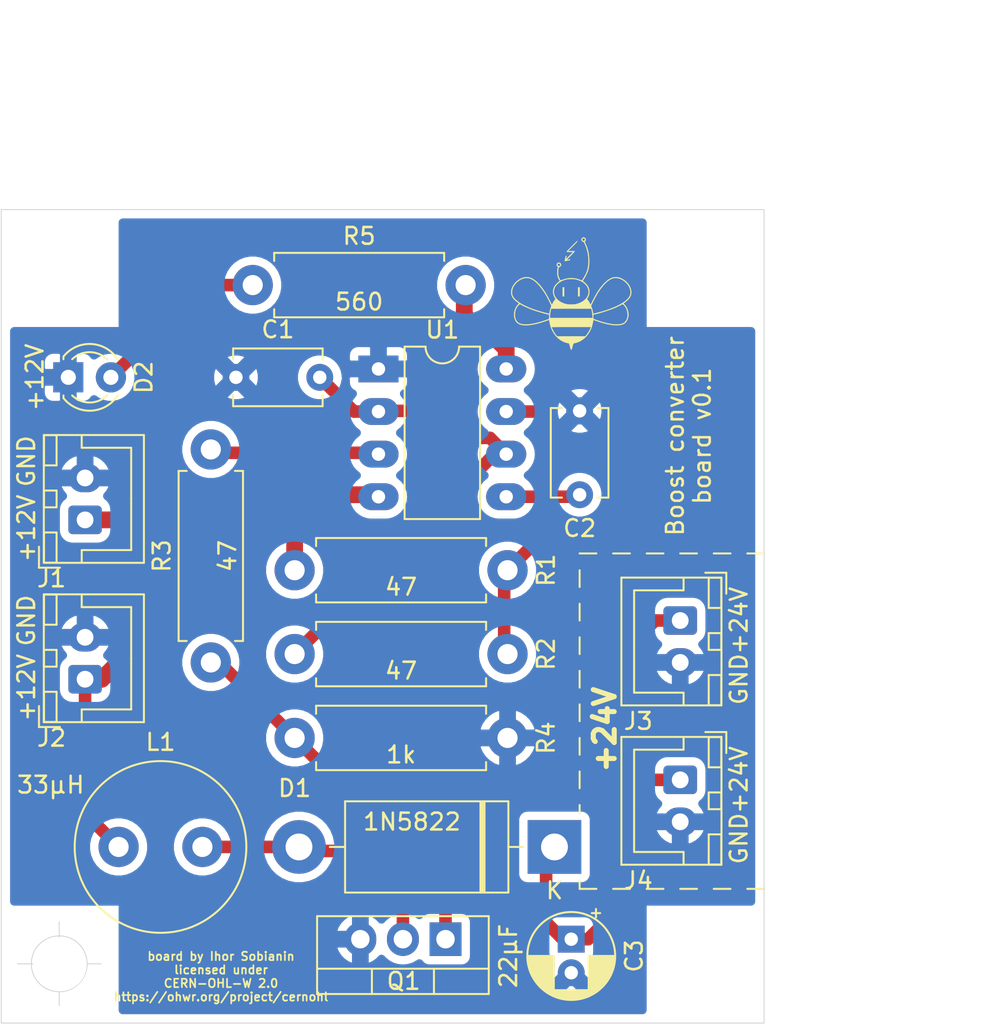
<source format=kicad_pcb>
(kicad_pcb (version 20171130) (host pcbnew 5.1.10-88a1d61d58~90~ubuntu20.04.1)

  (general
    (thickness 1.6)
    (drawings 41)
    (tracks 94)
    (zones 0)
    (modules 22)
    (nets 11)
  )

  (page A4)
  (layers
    (0 F.Cu signal)
    (31 B.Cu signal)
    (32 B.Adhes user)
    (33 F.Adhes user)
    (34 B.Paste user)
    (35 F.Paste user)
    (36 B.SilkS user)
    (37 F.SilkS user)
    (38 B.Mask user)
    (39 F.Mask user)
    (40 Dwgs.User user)
    (41 Cmts.User user)
    (42 Eco1.User user)
    (43 Eco2.User user)
    (44 Edge.Cuts user)
    (45 Margin user)
    (46 B.CrtYd user)
    (47 F.CrtYd user)
    (48 B.Fab user)
    (49 F.Fab user)
  )

  (setup
    (last_trace_width 0.25)
    (user_trace_width 0.75)
    (user_trace_width 1)
    (trace_clearance 0.2)
    (zone_clearance 0.5)
    (zone_45_only no)
    (trace_min 0.2)
    (via_size 0.8)
    (via_drill 0.4)
    (via_min_size 0.4)
    (via_min_drill 0.3)
    (uvia_size 0.3)
    (uvia_drill 0.1)
    (uvias_allowed no)
    (uvia_min_size 0.2)
    (uvia_min_drill 0.1)
    (edge_width 0.05)
    (segment_width 0.2)
    (pcb_text_width 0.3)
    (pcb_text_size 1.5 1.5)
    (mod_edge_width 0.12)
    (mod_text_size 1 1)
    (mod_text_width 0.15)
    (pad_size 1.524 1.524)
    (pad_drill 0.762)
    (pad_to_mask_clearance 0)
    (aux_axis_origin 0 0)
    (visible_elements 7FFFFFFF)
    (pcbplotparams
      (layerselection 0x3ffff_ffffffff)
      (usegerberextensions false)
      (usegerberattributes true)
      (usegerberadvancedattributes true)
      (creategerberjobfile true)
      (excludeedgelayer true)
      (linewidth 0.100000)
      (plotframeref false)
      (viasonmask false)
      (mode 1)
      (useauxorigin false)
      (hpglpennumber 1)
      (hpglpenspeed 20)
      (hpglpendiameter 15.000000)
      (psnegative false)
      (psa4output false)
      (plotreference true)
      (plotvalue true)
      (plotinvisibletext false)
      (padsonsilk false)
      (subtractmaskfromsilk false)
      (outputformat 1)
      (mirror false)
      (drillshape 0)
      (scaleselection 1)
      (outputdirectory "gerber/"))
  )

  (net 0 "")
  (net 1 GND)
  (net 2 "Net-(C1-Pad2)")
  (net 3 "Net-(C2-Pad2)")
  (net 4 +24V)
  (net 5 "Net-(D1-Pad2)")
  (net 6 +12V)
  (net 7 "Net-(Q1-Pad1)")
  (net 8 "Net-(R1-Pad2)")
  (net 9 "Net-(R3-Pad2)")
  (net 10 "Net-(D2-Pad2)")

  (net_class Default "This is the default net class."
    (clearance 0.2)
    (trace_width 0.25)
    (via_dia 0.8)
    (via_drill 0.4)
    (uvia_dia 0.3)
    (uvia_drill 0.1)
    (add_net +12V)
    (add_net +24V)
    (add_net GND)
    (add_net "Net-(C1-Pad2)")
    (add_net "Net-(C2-Pad2)")
    (add_net "Net-(D1-Pad2)")
    (add_net "Net-(D2-Pad2)")
    (add_net "Net-(Q1-Pad1)")
    (add_net "Net-(R1-Pad2)")
    (add_net "Net-(R3-Pad2)")
  )

  (module Connector_JST:JST_XH_B2B-XH-A_1x02_P2.50mm_Vertical (layer F.Cu) (tedit 5C28146C) (tstamp 60B75425)
    (at 145.5 114 270)
    (descr "JST XH series connector, B2B-XH-A (http://www.jst-mfg.com/product/pdf/eng/eXH.pdf), generated with kicad-footprint-generator")
    (tags "connector JST XH vertical")
    (path /60B75B3B)
    (fp_text reference J4 (at 6 2.5 180) (layer F.SilkS)
      (effects (font (size 1 1) (thickness 0.15)))
    )
    (fp_text value Conn_01x02 (at 1.25 4.6 90) (layer F.Fab)
      (effects (font (size 1 1) (thickness 0.15)))
    )
    (fp_line (start -2.85 -2.75) (end -2.85 -1.5) (layer F.SilkS) (width 0.12))
    (fp_line (start -1.6 -2.75) (end -2.85 -2.75) (layer F.SilkS) (width 0.12))
    (fp_line (start 4.3 2.75) (end 1.25 2.75) (layer F.SilkS) (width 0.12))
    (fp_line (start 4.3 -0.2) (end 4.3 2.75) (layer F.SilkS) (width 0.12))
    (fp_line (start 5.05 -0.2) (end 4.3 -0.2) (layer F.SilkS) (width 0.12))
    (fp_line (start -1.8 2.75) (end 1.25 2.75) (layer F.SilkS) (width 0.12))
    (fp_line (start -1.8 -0.2) (end -1.8 2.75) (layer F.SilkS) (width 0.12))
    (fp_line (start -2.55 -0.2) (end -1.8 -0.2) (layer F.SilkS) (width 0.12))
    (fp_line (start 5.05 -2.45) (end 3.25 -2.45) (layer F.SilkS) (width 0.12))
    (fp_line (start 5.05 -1.7) (end 5.05 -2.45) (layer F.SilkS) (width 0.12))
    (fp_line (start 3.25 -1.7) (end 5.05 -1.7) (layer F.SilkS) (width 0.12))
    (fp_line (start 3.25 -2.45) (end 3.25 -1.7) (layer F.SilkS) (width 0.12))
    (fp_line (start -0.75 -2.45) (end -2.55 -2.45) (layer F.SilkS) (width 0.12))
    (fp_line (start -0.75 -1.7) (end -0.75 -2.45) (layer F.SilkS) (width 0.12))
    (fp_line (start -2.55 -1.7) (end -0.75 -1.7) (layer F.SilkS) (width 0.12))
    (fp_line (start -2.55 -2.45) (end -2.55 -1.7) (layer F.SilkS) (width 0.12))
    (fp_line (start 1.75 -2.45) (end 0.75 -2.45) (layer F.SilkS) (width 0.12))
    (fp_line (start 1.75 -1.7) (end 1.75 -2.45) (layer F.SilkS) (width 0.12))
    (fp_line (start 0.75 -1.7) (end 1.75 -1.7) (layer F.SilkS) (width 0.12))
    (fp_line (start 0.75 -2.45) (end 0.75 -1.7) (layer F.SilkS) (width 0.12))
    (fp_line (start 0 -1.35) (end 0.625 -2.35) (layer F.Fab) (width 0.1))
    (fp_line (start -0.625 -2.35) (end 0 -1.35) (layer F.Fab) (width 0.1))
    (fp_line (start 5.45 -2.85) (end -2.95 -2.85) (layer F.CrtYd) (width 0.05))
    (fp_line (start 5.45 3.9) (end 5.45 -2.85) (layer F.CrtYd) (width 0.05))
    (fp_line (start -2.95 3.9) (end 5.45 3.9) (layer F.CrtYd) (width 0.05))
    (fp_line (start -2.95 -2.85) (end -2.95 3.9) (layer F.CrtYd) (width 0.05))
    (fp_line (start 5.06 -2.46) (end -2.56 -2.46) (layer F.SilkS) (width 0.12))
    (fp_line (start 5.06 3.51) (end 5.06 -2.46) (layer F.SilkS) (width 0.12))
    (fp_line (start -2.56 3.51) (end 5.06 3.51) (layer F.SilkS) (width 0.12))
    (fp_line (start -2.56 -2.46) (end -2.56 3.51) (layer F.SilkS) (width 0.12))
    (fp_line (start 4.95 -2.35) (end -2.45 -2.35) (layer F.Fab) (width 0.1))
    (fp_line (start 4.95 3.4) (end 4.95 -2.35) (layer F.Fab) (width 0.1))
    (fp_line (start -2.45 3.4) (end 4.95 3.4) (layer F.Fab) (width 0.1))
    (fp_line (start -2.45 -2.35) (end -2.45 3.4) (layer F.Fab) (width 0.1))
    (fp_text user %R (at 1.25 2.7 90) (layer F.Fab)
      (effects (font (size 1 1) (thickness 0.15)))
    )
    (pad 2 thru_hole oval (at 2.5 0 270) (size 1.7 2) (drill 1) (layers *.Cu *.Mask)
      (net 1 GND))
    (pad 1 thru_hole roundrect (at 0 0 270) (size 1.7 2) (drill 1) (layers *.Cu *.Mask) (roundrect_rratio 0.1470588235294118)
      (net 4 +24V))
    (model ${KISYS3DMOD}/Connector_JST.3dshapes/JST_XH_B2B-XH-A_1x02_P2.50mm_Vertical.wrl
      (at (xyz 0 0 0))
      (scale (xyz 1 1 1))
      (rotate (xyz 0 0 0))
    )
  )

  (module Inductor_THT:L_Radial_D10.0mm_P5.00mm_Neosid_SD12_style3 (layer F.Cu) (tedit 5AE59B06) (tstamp 60B0A4D8)
    (at 112 118)
    (descr "Inductor, Radial series, Radial, pin pitch=5.00mm, , diameter=10.0mm, Neosid, SD12, style3, http://www.neosid.de/produktblaetter/neosid_Festinduktivitaet_Sd12.pdf")
    (tags "Inductor Radial series Radial pin pitch 5.00mm  diameter 10.0mm Neosid SD12 style3")
    (path /6016FEA8)
    (fp_text reference L1 (at 2.5 -6.25) (layer F.SilkS)
      (effects (font (size 1 1) (thickness 0.15)))
    )
    (fp_text value 33µH (at -4.05 -3.7) (layer F.SilkS)
      (effects (font (size 1 1) (thickness 0.15)))
    )
    (fp_circle (center 2.5 0) (end 7.5 0) (layer F.Fab) (width 0.1))
    (fp_circle (center 2.5 0) (end 7.62 0) (layer F.SilkS) (width 0.12))
    (fp_circle (center 2.5 0) (end 7.75 0) (layer F.CrtYd) (width 0.05))
    (fp_text user %R (at 2.5 0) (layer F.Fab)
      (effects (font (size 1 1) (thickness 0.15)))
    )
    (pad 2 thru_hole circle (at 5 0) (size 2.4 2.4) (drill 1.2) (layers *.Cu *.Mask)
      (net 5 "Net-(D1-Pad2)"))
    (pad 1 thru_hole circle (at 0 0) (size 2.4 2.4) (drill 1.2) (layers *.Cu *.Mask)
      (net 6 +12V))
    (model ${KISYS3DMOD}/Inductor_THT.3dshapes/L_Radial_D10.0mm_P5.00mm_Neosid_SD12_style3.wrl
      (at (xyz 0 0 0))
      (scale (xyz 1 1 1))
      (rotate (xyz 0 0 0))
    )
  )

  (module logo-beehive:logo-beehive-7_2х6_7mm (layer F.Cu) (tedit 0) (tstamp 60ADC79B)
    (at 139 85)
    (fp_text reference G*** (at 0 0) (layer F.SilkS) hide
      (effects (font (size 1.524 1.524) (thickness 0.3)))
    )
    (fp_text value LOGO (at 0.75 0) (layer F.SilkS) hide
      (effects (font (size 1.524 1.524) (thickness 0.3)))
    )
    (fp_poly (pts (xy 0.508 0.173182) (xy 0.404091 0.173182) (xy 0.404091 -0.369454) (xy 0.508 -0.369454)
      (xy 0.508 0.173182)) (layer F.SilkS) (width 0.01))
    (fp_poly (pts (xy -0.415636 0.173182) (xy -0.519546 0.173182) (xy -0.519546 -0.369454) (xy -0.415636 -0.369454)
      (xy -0.415636 0.173182)) (layer F.SilkS) (width 0.01))
    (fp_poly (pts (xy 0.373099 -3.122533) (xy 0.369224 -3.109199) (xy 0.354184 -3.086757) (xy 0.327016 -3.054031)
      (xy 0.28676 -3.009848) (xy 0.232455 -2.953033) (xy 0.16314 -2.882413) (xy 0.096827 -2.815781)
      (xy -0.190327 -2.528454) (xy 0.008746 -2.528454) (xy 0.081153 -2.528276) (xy 0.133629 -2.52753)
      (xy 0.169333 -2.525895) (xy 0.191424 -2.523054) (xy 0.203059 -2.518688) (xy 0.207397 -2.512477)
      (xy 0.207818 -2.50835) (xy 0.199922 -2.495335) (xy 0.177598 -2.468358) (xy 0.14289 -2.429638)
      (xy 0.097844 -2.381393) (xy 0.044505 -2.325843) (xy -0.015081 -2.265206) (xy -0.031647 -2.248578)
      (xy -0.107675 -2.171851) (xy -0.167131 -2.110416) (xy -0.21038 -2.063869) (xy -0.237787 -2.031809)
      (xy -0.249716 -2.01383) (xy -0.248124 -2.009314) (xy -0.224942 -2.01189) (xy -0.188032 -2.018168)
      (xy -0.15317 -2.025161) (xy -0.112516 -2.033013) (xy -0.088124 -2.034732) (xy -0.073974 -2.030254)
      (xy -0.067646 -2.024266) (xy -0.060571 -2.01187) (xy -0.063805 -2.001313) (xy -0.079929 -1.991447)
      (xy -0.111523 -1.981122) (xy -0.161166 -1.969192) (xy -0.218458 -1.957139) (xy -0.281228 -1.944397)
      (xy -0.325023 -1.935816) (xy -0.353499 -1.93097) (xy -0.370313 -1.929433) (xy -0.379119 -1.930779)
      (xy -0.383574 -1.934583) (xy -0.385558 -1.937671) (xy -0.386495 -1.953939) (xy -0.382402 -1.986838)
      (xy -0.374463 -2.031182) (xy -0.363866 -2.081789) (xy -0.351794 -2.133474) (xy -0.339436 -2.181054)
      (xy -0.327975 -2.219345) (xy -0.318599 -2.243164) (xy -0.31449 -2.248343) (xy -0.295101 -2.249946)
      (xy -0.285455 -2.234986) (xy -0.285226 -2.201866) (xy -0.294087 -2.148986) (xy -0.294139 -2.148738)
      (xy -0.302673 -2.107185) (xy -0.308924 -2.074871) (xy -0.311687 -2.05806) (xy -0.311727 -2.057342)
      (xy -0.303951 -2.063003) (xy -0.282058 -2.082978) (xy -0.248202 -2.115196) (xy -0.204539 -2.157586)
      (xy -0.153221 -2.208077) (xy -0.103751 -2.257256) (xy 0.104224 -2.464954) (xy -0.083408 -2.470727)
      (xy -0.15498 -2.473257) (xy -0.20655 -2.476017) (xy -0.241206 -2.479383) (xy -0.262038 -2.48373)
      (xy -0.272134 -2.489436) (xy -0.274392 -2.494) (xy -0.267207 -2.50546) (xy -0.245659 -2.530835)
      (xy -0.211923 -2.567927) (xy -0.168174 -2.614538) (xy -0.116585 -2.668467) (xy -0.059333 -2.727516)
      (xy 0.001408 -2.789486) (xy 0.063464 -2.852177) (xy 0.12466 -2.913392) (xy 0.18282 -2.97093)
      (xy 0.235771 -3.022593) (xy 0.281337 -3.066181) (xy 0.317345 -3.099496) (xy 0.341618 -3.120339)
      (xy 0.351193 -3.126571) (xy 0.366768 -3.127932) (xy 0.373099 -3.122533)) (layer F.SilkS) (width 0.01))
    (fp_poly (pts (xy 0.781124 -3.338272) (xy 0.820066 -3.312623) (xy 0.850866 -3.27735) (xy 0.862381 -3.253557)
      (xy 0.869381 -3.203831) (xy 0.86004 -3.155836) (xy 0.836291 -3.117453) (xy 0.826963 -3.109228)
      (xy 0.800557 -3.08931) (xy 0.860848 -2.961859) (xy 0.942059 -2.765907) (xy 1.003933 -2.561687)
      (xy 1.0468 -2.347606) (xy 1.070993 -2.122074) (xy 1.077124 -1.922318) (xy 1.073712 -1.775328)
      (xy 1.063437 -1.645173) (xy 1.045563 -1.526426) (xy 1.019354 -1.413658) (xy 0.998815 -1.345045)
      (xy 0.968368 -1.263013) (xy 0.926952 -1.169003) (xy 0.877686 -1.069335) (xy 0.823684 -0.970328)
      (xy 0.770857 -0.882677) (xy 0.741321 -0.836271) (xy 0.716056 -0.796521) (xy 0.69781 -0.767754)
      (xy 0.689434 -0.754466) (xy 0.694321 -0.742271) (xy 0.714538 -0.722105) (xy 0.745386 -0.698528)
      (xy 0.810309 -0.647155) (xy 0.876016 -0.583521) (xy 0.937047 -0.513779) (xy 0.987937 -0.444085)
      (xy 1.018545 -0.390721) (xy 1.053095 -0.310872) (xy 1.074433 -0.238095) (xy 1.084874 -0.162371)
      (xy 1.086945 -0.094934) (xy 1.076086 0.020467) (xy 1.045188 0.132328) (xy 0.995987 0.235343)
      (xy 0.96275 0.284984) (xy 0.935175 0.321741) (xy 0.996225 0.402894) (xy 1.032255 0.454242)
      (xy 1.070613 0.514339) (xy 1.103634 0.571117) (xy 1.10681 0.577014) (xy 1.156345 0.669982)
      (xy 1.269255 0.441786) (xy 1.379742 0.226784) (xy 1.488243 0.032834) (xy 1.595982 -0.141879)
      (xy 1.704185 -0.29917) (xy 1.814075 -0.440853) (xy 1.926878 -0.568743) (xy 2.004467 -0.647395)
      (xy 2.12895 -0.758498) (xy 2.2502 -0.847038) (xy 2.36916 -0.913164) (xy 2.48677 -0.957023)
      (xy 2.603972 -0.978764) (xy 2.721707 -0.978534) (xy 2.840917 -0.956481) (xy 2.962542 -0.912754)
      (xy 3.087524 -0.847501) (xy 3.125835 -0.823735) (xy 3.238046 -0.741435) (xy 3.336093 -0.648795)
      (xy 3.419199 -0.547932) (xy 3.486591 -0.440965) (xy 3.537492 -0.33001) (xy 3.571127 -0.217185)
      (xy 3.586721 -0.104607) (xy 3.583499 0.005605) (xy 3.560685 0.111335) (xy 3.517504 0.210464)
      (xy 3.509522 0.224138) (xy 3.467783 0.282863) (xy 3.410567 0.348425) (xy 3.342435 0.416194)
      (xy 3.267951 0.481537) (xy 3.215409 0.522663) (xy 3.176019 0.551978) (xy 3.144162 0.575822)
      (xy 3.123999 0.591072) (xy 3.119139 0.594895) (xy 3.125036 0.603996) (xy 3.144107 0.625315)
      (xy 3.172877 0.655066) (xy 3.189509 0.671619) (xy 3.25791 0.75317) (xy 3.316458 0.851565)
      (xy 3.363304 0.961991) (xy 3.396598 1.079634) (xy 3.414493 1.199678) (xy 3.417102 1.264228)
      (xy 3.40813 1.381577) (xy 3.38235 1.49233) (xy 3.34125 1.593721) (xy 3.286317 1.682986)
      (xy 3.219038 1.75736) (xy 3.140903 1.814077) (xy 3.113719 1.828107) (xy 3.009087 1.865839)
      (xy 2.886866 1.889603) (xy 2.747784 1.899491) (xy 2.592566 1.895596) (xy 2.42194 1.878011)
      (xy 2.236633 1.846829) (xy 2.037372 1.802142) (xy 1.824883 1.744044) (xy 1.599893 1.672626)
      (xy 1.430663 1.613046) (xy 1.320008 1.572564) (xy 1.295866 1.718578) (xy 1.25303 1.913354)
      (xy 1.190764 2.095947) (xy 1.10864 2.267293) (xy 1.006231 2.428329) (xy 0.923258 2.534228)
      (xy 0.814822 2.647279) (xy 0.693857 2.746765) (xy 0.563822 2.830581) (xy 0.428175 2.896622)
      (xy 0.290374 2.942784) (xy 0.229531 2.956334) (xy 0.189546 2.963931) (xy 0.158226 2.970106)
      (xy 0.143514 2.973255) (xy 0.135688 2.984969) (xy 0.123584 3.014497) (xy 0.108873 3.057339)
      (xy 0.093667 3.107452) (xy 0.076809 3.166365) (xy 0.060376 3.223781) (xy 0.0465 3.272257)
      (xy 0.038811 3.299114) (xy 0.025628 3.336932) (xy 0.012258 3.355729) (xy 0 3.359728)
      (xy -0.015288 3.353083) (xy -0.028404 3.330514) (xy -0.038811 3.299114) (xy -0.049206 3.262807)
      (xy -0.063822 3.211743) (xy -0.080529 3.153364) (xy -0.093667 3.107452) (xy -0.109311 3.055982)
      (xy -0.123971 3.013455) (xy -0.135977 2.984371) (xy -0.143515 2.973255) (xy -0.160656 2.969615)
      (xy -0.19313 2.96324) (xy -0.229531 2.956334) (xy -0.367186 2.919651) (xy -0.504219 2.862154)
      (xy -0.637175 2.785947) (xy -0.762596 2.693133) (xy -0.877026 2.585815) (xy -0.923269 2.534228)
      (xy -1.03903 2.38033) (xy -1.135257 2.214564) (xy -1.212083 2.036622) (xy -1.219586 2.011796)
      (xy -1.165985 2.011796) (xy -1.160628 2.030696) (xy -1.146181 2.0653) (xy -1.124874 2.111187)
      (xy -1.098933 2.163934) (xy -1.070588 2.219118) (xy -1.042066 2.272316) (xy -1.015595 2.319106)
      (xy -0.993403 2.355066) (xy -0.991985 2.357185) (xy -0.958579 2.404438) (xy -0.920872 2.454363)
      (xy -0.891354 2.490932) (xy -0.840013 2.551546) (xy 0.841033 2.551546) (xy 0.892441 2.490932)
      (xy 0.93843 2.432196) (xy 0.986502 2.362985) (xy 1.033888 2.288071) (xy 1.077819 2.212231)
      (xy 1.115523 2.140238) (xy 1.144233 2.076867) (xy 1.160841 2.028255) (xy 1.168594 1.997364)
      (xy 0.001251 1.997364) (xy -0.195644 1.997416) (xy -0.37057 1.997583) (xy -0.524648 1.997878)
      (xy -0.659 1.998316) (xy -0.774746 1.998909) (xy -0.873009 1.999671) (xy -0.95491 2.000618)
      (xy -1.02157 2.001762) (xy -1.074111 2.003117) (xy -1.113653 2.004698) (xy -1.141319 2.006517)
      (xy -1.158229 2.00859) (xy -1.165506 2.01093) (xy -1.165985 2.011796) (xy -1.219586 2.011796)
      (xy -1.26964 1.846195) (xy -1.308059 1.642973) (xy -1.310363 1.625739) (xy -1.317382 1.571614)
      (xy -1.42935 1.612882) (xy -1.629865 1.683029) (xy -1.825759 1.744185) (xy -2.015 1.795944)
      (xy -2.195555 1.837898) (xy -2.365393 1.869639) (xy -2.522479 1.89076) (xy -2.664783 1.900853)
      (xy -2.790271 1.899511) (xy -2.838314 1.895344) (xy -2.96209 1.875638) (xy -3.066609 1.846125)
      (xy -3.154103 1.80545) (xy -3.226803 1.752259) (xy -3.286941 1.685198) (xy -3.336747 1.602914)
      (xy -3.343746 1.588582) (xy -3.385695 1.481123) (xy -3.408942 1.37211) (xy -3.411475 1.320836)
      (xy -3.357374 1.320836) (xy -3.349051 1.403928) (xy -3.330314 1.480954) (xy -3.299783 1.559775)
      (xy -3.296364 1.567326) (xy -3.25627 1.634464) (xy -3.201534 1.697768) (xy -3.138721 1.750591)
      (xy -3.084262 1.782114) (xy -2.99339 1.813382) (xy -2.884978 1.834294) (xy -2.762244 1.844603)
      (xy -2.628408 1.844064) (xy -2.486691 1.83243) (xy -2.463978 1.829585) (xy -2.25216 1.794568)
      (xy -2.026325 1.743379) (xy -1.788428 1.676523) (xy -1.540425 1.594501) (xy -1.510962 1.583982)
      (xy -1.325191 1.51715) (xy -1.320921 1.390773) (xy -1.27 1.390773) (xy -1.27 1.454728)
      (xy 1.273528 1.454728) (xy 1.266408 1.330287) (xy 1.260547 1.26306) (xy 1.316252 1.26306)
      (xy 1.321954 1.512174) (xy 1.368136 1.530811) (xy 1.439484 1.558222) (xy 1.526724 1.589564)
      (xy 1.623473 1.622685) (xy 1.72335 1.655429) (xy 1.819972 1.685644) (xy 1.878735 1.703118)
      (xy 2.093291 1.760255) (xy 2.292609 1.802908) (xy 2.476182 1.831017) (xy 2.6435 1.844517)
      (xy 2.794056 1.843349) (xy 2.91629 1.829447) (xy 3.012927 1.807479) (xy 3.091872 1.777436)
      (xy 3.157765 1.737114) (xy 3.209942 1.690006) (xy 3.274118 1.607281) (xy 3.319819 1.513726)
      (xy 3.347495 1.407928) (xy 3.357597 1.28847) (xy 3.356526 1.229811) (xy 3.340665 1.088035)
      (xy 3.306955 0.96039) (xy 3.255506 0.847166) (xy 3.186427 0.748656) (xy 3.170098 0.730306)
      (xy 3.127268 0.685713) (xy 3.094795 0.657447) (xy 3.0686 0.643813) (xy 3.044605 0.643112)
      (xy 3.018734 0.65365) (xy 3.005226 0.661713) (xy 2.958944 0.688662) (xy 2.89593 0.722084)
      (xy 2.820825 0.759719) (xy 2.738272 0.799303) (xy 2.652912 0.838574) (xy 2.569387 0.875271)
      (xy 2.550619 0.883239) (xy 2.457139 0.920633) (xy 2.346529 0.961571) (xy 2.223166 1.004679)
      (xy 2.09143 1.048584) (xy 1.955698 1.091912) (xy 1.820349 1.133289) (xy 1.689763 1.171341)
      (xy 1.568317 1.204694) (xy 1.46039 1.231975) (xy 1.385859 1.248683) (xy 1.316252 1.26306)
      (xy 1.260547 1.26306) (xy 1.259747 1.253895) (xy 1.248535 1.167625) (xy 1.234147 1.079964)
      (xy 1.217961 0.9994) (xy 1.203276 0.940955) (xy 1.193293 0.906319) (xy -1.194304 0.906319)
      (xy -1.220268 1.010228) (xy -1.23911 1.098477) (xy -1.254501 1.195531) (xy -1.26518 1.29174)
      (xy -1.269885 1.377451) (xy -1.27 1.390773) (xy -1.320921 1.390773) (xy -1.316645 1.264228)
      (xy -1.434754 1.236895) (xy -1.501797 1.22041) (xy -1.585737 1.198273) (xy -1.681508 1.171947)
      (xy -1.78404 1.142901) (xy -1.888267 1.112598) (xy -1.989119 1.082507) (xy -2.08153 1.054092)
      (xy -2.160431 1.02882) (xy -2.199409 1.015696) (xy -2.323182 0.971175) (xy -2.448985 0.92273)
      (xy -2.572984 0.872035) (xy -2.691345 0.820767) (xy -2.800235 0.770601) (xy -2.89582 0.723212)
      (xy -2.974265 0.680275) (xy -2.993815 0.668554) (xy -3.027147 0.649909) (xy -3.05353 0.642358)
      (xy -3.078126 0.647357) (xy -3.106096 0.666363) (xy -3.142603 0.700832) (xy -3.15587 0.714282)
      (xy -3.232717 0.809128) (xy -3.291358 0.918026) (xy -3.331675 1.040673) (xy -3.353547 1.176766)
      (xy -3.356664 1.223819) (xy -3.357374 1.320836) (xy -3.411475 1.320836) (xy -3.414734 1.254894)
      (xy -3.413307 1.218046) (xy -3.396132 1.080679) (xy -3.361188 0.952052) (xy -3.309573 0.83484)
      (xy -3.242385 0.731716) (xy -3.188985 0.671619) (xy -3.1569 0.639059) (xy -3.132792 0.613101)
      (xy -3.120127 0.597552) (xy -3.119139 0.594895) (xy -3.1295 0.586909) (xy -3.154289 0.568322)
      (xy -3.189354 0.542238) (xy -3.216089 0.522438) (xy -3.292731 0.461203) (xy -3.366118 0.3941)
      (xy -3.431605 0.325854) (xy -3.484547 0.261184) (xy -3.509522 0.224148) (xy -3.556269 0.125261)
      (xy -3.582294 0.01982) (xy -3.58729 -0.071302) (xy -3.531475 -0.071302) (xy -3.530831 -0.039606)
      (xy -3.527441 0.015291) (xy -3.521365 0.056568) (xy -3.510236 0.093692) (xy -3.491685 0.136134)
      (xy -3.481814 0.156403) (xy -3.425027 0.248295) (xy -3.345829 0.340169) (xy -3.244895 0.431635)
      (xy -3.122901 0.522299) (xy -2.980524 0.611771) (xy -2.81844 0.699659) (xy -2.637324 0.785571)
      (xy -2.437852 0.869116) (xy -2.220702 0.949901) (xy -1.986548 1.027535) (xy -1.9685 1.033164)
      (xy -1.899652 1.053987) (xy -1.823419 1.076095) (xy -1.742903 1.098684) (xy -1.661204 1.120951)
      (xy -1.581421 1.142094) (xy -1.506657 1.161309) (xy -1.440011 1.177795) (xy -1.384584 1.190747)
      (xy -1.343476 1.199364) (xy -1.319788 1.202841) (xy -1.315331 1.202301) (xy -1.310525 1.18843)
      (xy -1.303023 1.157156) (xy -1.294048 1.113834) (xy -1.288644 1.085273) (xy -1.275538 1.023924)
      (xy -1.257466 0.952675) (xy -1.237498 0.883276) (xy -1.228744 0.855882) (xy -1.188907 0.736173)
      (xy -1.190922 0.731736) (xy 1.187715 0.731736) (xy 1.224028 0.841244) (xy 1.24494 0.908541)
      (xy 1.264527 0.979266) (xy 1.281511 1.04802) (xy 1.294618 1.109401) (xy 1.302571 1.158011)
      (xy 1.304386 1.181301) (xy 1.307638 1.204155) (xy 1.31928 1.209081) (xy 1.324841 1.207791)
      (xy 1.342821 1.202968) (xy 1.378686 1.193763) (xy 1.427904 1.181327) (xy 1.485942 1.166807)
      (xy 1.512454 1.160216) (xy 1.7631 1.094106) (xy 2.000962 1.023487) (xy 2.225116 0.948828)
      (xy 2.434641 0.870599) (xy 2.628614 0.789271) (xy 2.806113 0.705311) (xy 2.966216 0.61919)
      (xy 3.108001 0.531377) (xy 3.230545 0.442341) (xy 3.332927 0.352553) (xy 3.414223 0.262482)
      (xy 3.473511 0.172596) (xy 3.480994 0.15806) (xy 3.502829 0.111304) (xy 3.516532 0.072763)
      (xy 3.524475 0.033013) (xy 3.529027 -0.017368) (xy 3.530161 -0.037404) (xy 3.525184 -0.160604)
      (xy 3.497675 -0.281907) (xy 3.448182 -0.400087) (xy 3.377254 -0.513921) (xy 3.285439 -0.622184)
      (xy 3.25425 -0.653064) (xy 3.14536 -0.74489) (xy 3.031263 -0.818683) (xy 2.914113 -0.873715)
      (xy 2.796064 -0.909257) (xy 2.679268 -0.924579) (xy 2.565881 -0.918952) (xy 2.505364 -0.906562)
      (xy 2.39331 -0.865968) (xy 2.278736 -0.803154) (xy 2.162206 -0.718784) (xy 2.044283 -0.613524)
      (xy 1.925533 -0.488036) (xy 1.80652 -0.342986) (xy 1.687807 -0.179037) (xy 1.56996 0.003146)
      (xy 1.453542 0.202899) (xy 1.339118 0.419558) (xy 1.284575 0.530391) (xy 1.187715 0.731736)
      (xy -1.190922 0.731736) (xy -1.242049 0.6192) (xy -1.344968 0.403905) (xy -1.452176 0.201117)
      (xy -1.562851 0.011828) (xy -1.676172 -0.16297) (xy -1.791318 -0.322286) (xy -1.907468 -0.465127)
      (xy -2.0238 -0.590502) (xy -2.139494 -0.697418) (xy -2.253727 -0.784885) (xy -2.36568 -0.851909)
      (xy -2.47453 -0.8975) (xy -2.505364 -0.906562) (xy -2.615938 -0.924099) (xy -2.731113 -0.920284)
      (xy -2.848734 -0.895846) (xy -2.966648 -0.851514) (xy -3.082701 -0.788017) (xy -3.19474 -0.706084)
      (xy -3.25425 -0.653064) (xy -3.352283 -0.546482) (xy -3.429568 -0.433803) (xy -3.485559 -0.316239)
      (xy -3.51971 -0.195001) (xy -3.531475 -0.071302) (xy -3.58729 -0.071302) (xy -3.588325 -0.090174)
      (xy -3.575091 -0.202723) (xy -3.543319 -0.315828) (xy -3.493736 -0.427488) (xy -3.427071 -0.535706)
      (xy -3.344052 -0.638481) (xy -3.245405 -0.733815) (xy -3.131858 -0.819709) (xy -3.128818 -0.821729)
      (xy -3.003531 -0.894559) (xy -2.880454 -0.945281) (xy -2.758981 -0.973797) (xy -2.638509 -0.980009)
      (xy -2.518432 -0.96382) (xy -2.398146 -0.925131) (xy -2.277046 -0.863845) (xy -2.154528 -0.779862)
      (xy -2.029987 -0.673087) (xy -1.993285 -0.637726) (xy -1.876664 -0.514496) (xy -1.76359 -0.378067)
      (xy -1.652878 -0.226667) (xy -1.543339 -0.058527) (xy -1.433786 0.128125) (xy -1.323032 0.335058)
      (xy -1.269145 0.442009) (xy -1.156125 0.670426) (xy -1.109291 0.580554) (xy -1.078495 0.526225)
      (xy -1.040587 0.466059) (xy -1.003155 0.412031) (xy -0.998816 0.406212) (xy -0.935175 0.321741)
      (xy -0.962751 0.284984) (xy -1.021033 0.188878) (xy -1.061938 0.08109) (xy -1.083733 -0.033077)
      (xy -1.086945 -0.094934) (xy -1.086541 -0.104581) (xy -1.03596 -0.104581) (xy -1.026154 0.004092)
      (xy -0.995446 0.109498) (xy -0.944929 0.210166) (xy -0.875696 0.304621) (xy -0.78884 0.391391)
      (xy -0.685456 0.469002) (xy -0.566635 0.535983) (xy -0.433472 0.590859) (xy -0.423003 0.594423)
      (xy -0.343148 0.618909) (xy -0.268002 0.636303) (xy -0.191285 0.647415) (xy -0.10671 0.653053)
      (xy -0.007997 0.654028) (xy 0.034636 0.653341) (xy 0.112848 0.651127) (xy 0.17405 0.647841)
      (xy 0.224321 0.642791) (xy 0.269739 0.635286) (xy 0.316383 0.624634) (xy 0.339248 0.618667)
      (xy 0.48028 0.572409) (xy 0.60799 0.513494) (xy 0.721255 0.443288) (xy 0.818952 0.363159)
      (xy 0.89996 0.274475) (xy 0.963155 0.178601) (xy 1.007416 0.076906) (xy 1.031619 -0.029243)
      (xy 1.034643 -0.13848) (xy 1.02377 -0.215046) (xy 0.988557 -0.32622) (xy 0.932382 -0.430687)
      (xy 0.856726 -0.527164) (xy 0.763074 -0.614365) (xy 0.652907 -0.691003) (xy 0.527709 -0.755794)
      (xy 0.388962 -0.807452) (xy 0.317435 -0.827343) (xy 0.265651 -0.839627) (xy 0.220998 -0.848283)
      (xy 0.17729 -0.853929) (xy 0.128345 -0.85718) (xy 0.067978 -0.858652) (xy 0 -0.858965)
      (xy -0.075828 -0.858546) (xy -0.134778 -0.856879) (xy -0.183055 -0.853351) (xy -0.226862 -0.847346)
      (xy -0.272404 -0.838251) (xy -0.3175 -0.827536) (xy -0.462194 -0.78292) (xy -0.594078 -0.724467)
      (xy -0.711668 -0.653466) (xy -0.813482 -0.571202) (xy -0.898035 -0.478962) (xy -0.963844 -0.378032)
      (xy -1.009426 -0.269698) (xy -1.02377 -0.215046) (xy -1.03596 -0.104581) (xy -1.086541 -0.104581)
      (xy -1.083385 -0.179891) (xy -1.070732 -0.2541) (xy -1.046671 -0.327578) (xy -1.018545 -0.390721)
      (xy -0.980207 -0.455708) (xy -0.927199 -0.525847) (xy -0.864982 -0.594984) (xy -0.799018 -0.656964)
      (xy -0.745379 -0.698532) (xy -0.681877 -0.742268) (xy -0.711307 -0.789657) (xy -0.775382 -0.91204)
      (xy -0.815808 -1.027545) (xy -0.827612 -1.090213) (xy -0.834802 -1.168285) (xy -0.837383 -1.254538)
      (xy -0.835358 -1.341751) (xy -0.828733 -1.422702) (xy -0.81751 -1.490171) (xy -0.815547 -1.498229)
      (xy -0.794048 -1.58214) (xy -0.823808 -1.60555) (xy -0.855103 -1.643446) (xy -0.868873 -1.689922)
      (xy -0.86773 -1.706645) (xy -0.819727 -1.706645) (xy -0.810207 -1.679885) (xy -0.786971 -1.652868)
      (xy -0.758005 -1.63322) (xy -0.737292 -1.627909) (xy -0.710612 -1.635591) (xy -0.684812 -1.653012)
      (xy -0.663044 -1.686513) (xy -0.659999 -1.722991) (xy -0.673306 -1.756371) (xy -0.700596 -1.780577)
      (xy -0.738071 -1.789545) (xy -0.771185 -1.779412) (xy -0.800241 -1.754129) (xy -0.817681 -1.721369)
      (xy -0.819727 -1.706645) (xy -0.86773 -1.706645) (xy -0.865518 -1.739005) (xy -0.845439 -1.784719)
      (xy -0.809361 -1.820873) (xy -0.764231 -1.842776) (xy -0.71985 -1.844407) (xy -0.67516 -1.829062)
      (xy -0.639173 -1.800811) (xy -0.612432 -1.758947) (xy -0.600564 -1.712661) (xy -0.600407 -1.706982)
      (xy -0.610708 -1.664952) (xy -0.637735 -1.624526) (xy -0.675862 -1.593111) (xy -0.693329 -1.584583)
      (xy -0.721895 -1.570686) (xy -0.739711 -1.55217) (xy -0.753326 -1.521228) (xy -0.757751 -1.507784)
      (xy -0.769308 -1.45586) (xy -0.777432 -1.387829) (xy -0.781948 -1.310446) (xy -0.782678 -1.230465)
      (xy -0.779447 -1.15464) (xy -0.772077 -1.089725) (xy -0.769104 -1.073727) (xy -0.757296 -1.030294)
      (xy -0.73904 -0.97831) (xy -0.716774 -0.923294) (xy -0.692936 -0.870762) (xy -0.669964 -0.826231)
      (xy -0.650298 -0.795219) (xy -0.641975 -0.786089) (xy -0.623931 -0.784078) (xy -0.587414 -0.793208)
      (xy -0.531675 -0.81367) (xy -0.528876 -0.814791) (xy -0.356342 -0.871998) (xy -0.181043 -0.906566)
      (xy -0.004425 -0.918495) (xy 0.172062 -0.907786) (xy 0.346972 -0.87444) (xy 0.518857 -0.818457)
      (xy 0.529286 -0.814279) (xy 0.629227 -0.773804) (xy 0.652693 -0.802464) (xy 0.675511 -0.833998)
      (xy 0.706046 -0.881335) (xy 0.741548 -0.939695) (xy 0.779269 -1.004299) (xy 0.816461 -1.070367)
      (xy 0.850376 -1.133118) (xy 0.878263 -1.187772) (xy 0.894974 -1.223818) (xy 0.952283 -1.384565)
      (xy 0.993139 -1.55845) (xy 1.017692 -1.742563) (xy 1.026091 -1.933994) (xy 1.018488 -2.129834)
      (xy 0.995032 -2.327174) (xy 0.955874 -2.523103) (xy 0.901163 -2.714712) (xy 0.83105 -2.899092)
      (xy 0.805599 -2.955636) (xy 0.782039 -3.005003) (xy 0.764405 -3.037704) (xy 0.749165 -3.058139)
      (xy 0.732786 -3.070709) (xy 0.711739 -3.079812) (xy 0.70366 -3.082636) (xy 0.659252 -3.106825)
      (xy 0.624129 -3.142791) (xy 0.603562 -3.184206) (xy 0.600364 -3.206712) (xy 0.604074 -3.224306)
      (xy 0.659665 -3.224306) (xy 0.662521 -3.188954) (xy 0.683492 -3.15701) (xy 0.688511 -3.152747)
      (xy 0.725237 -3.132232) (xy 0.758193 -3.133638) (xy 0.791365 -3.157134) (xy 0.791388 -3.157157)
      (xy 0.814899 -3.190331) (xy 0.816319 -3.223285) (xy 0.795819 -3.260007) (xy 0.795798 -3.260034)
      (xy 0.76393 -3.285504) (xy 0.738071 -3.290454) (xy 0.699613 -3.281092) (xy 0.672753 -3.257031)
      (xy 0.659665 -3.224306) (xy 0.604074 -3.224306) (xy 0.611034 -3.257305) (xy 0.639695 -3.301015)
      (xy 0.68132 -3.332816) (xy 0.730884 -3.347682) (xy 0.741833 -3.348181) (xy 0.781124 -3.338272)) (layer F.SilkS) (width 0.01))
  )

  (module Resistor_THT:R_Axial_DIN0411_L9.9mm_D3.6mm_P12.70mm_Horizontal (layer F.Cu) (tedit 5AE5139B) (tstamp 60AD2B5B)
    (at 120 84.5)
    (descr "Resistor, Axial_DIN0411 series, Axial, Horizontal, pin pitch=12.7mm, 1W, length*diameter=9.9*3.6mm^2")
    (tags "Resistor Axial_DIN0411 series Axial Horizontal pin pitch 12.7mm 1W length 9.9mm diameter 3.6mm")
    (path /60AD3129)
    (fp_text reference R5 (at 6.35 -2.92) (layer F.SilkS)
      (effects (font (size 1 1) (thickness 0.15)))
    )
    (fp_text value 560 (at 6.35 1) (layer F.SilkS)
      (effects (font (size 1 1) (thickness 0.15)))
    )
    (fp_line (start 14.15 -2.05) (end -1.45 -2.05) (layer F.CrtYd) (width 0.05))
    (fp_line (start 14.15 2.05) (end 14.15 -2.05) (layer F.CrtYd) (width 0.05))
    (fp_line (start -1.45 2.05) (end 14.15 2.05) (layer F.CrtYd) (width 0.05))
    (fp_line (start -1.45 -2.05) (end -1.45 2.05) (layer F.CrtYd) (width 0.05))
    (fp_line (start 11.42 1.92) (end 11.42 1.44) (layer F.SilkS) (width 0.12))
    (fp_line (start 1.28 1.92) (end 11.42 1.92) (layer F.SilkS) (width 0.12))
    (fp_line (start 1.28 1.44) (end 1.28 1.92) (layer F.SilkS) (width 0.12))
    (fp_line (start 11.42 -1.92) (end 11.42 -1.44) (layer F.SilkS) (width 0.12))
    (fp_line (start 1.28 -1.92) (end 11.42 -1.92) (layer F.SilkS) (width 0.12))
    (fp_line (start 1.28 -1.44) (end 1.28 -1.92) (layer F.SilkS) (width 0.12))
    (fp_line (start 12.7 0) (end 11.3 0) (layer F.Fab) (width 0.1))
    (fp_line (start 0 0) (end 1.4 0) (layer F.Fab) (width 0.1))
    (fp_line (start 11.3 -1.8) (end 1.4 -1.8) (layer F.Fab) (width 0.1))
    (fp_line (start 11.3 1.8) (end 11.3 -1.8) (layer F.Fab) (width 0.1))
    (fp_line (start 1.4 1.8) (end 11.3 1.8) (layer F.Fab) (width 0.1))
    (fp_line (start 1.4 -1.8) (end 1.4 1.8) (layer F.Fab) (width 0.1))
    (fp_text user %R (at 6.35 0) (layer F.Fab)
      (effects (font (size 1 1) (thickness 0.15)))
    )
    (pad 2 thru_hole oval (at 12.7 0) (size 2.4 2.4) (drill 1.2) (layers *.Cu *.Mask)
      (net 6 +12V))
    (pad 1 thru_hole circle (at 0 0) (size 2.4 2.4) (drill 1.2) (layers *.Cu *.Mask)
      (net 10 "Net-(D2-Pad2)"))
    (model ${KISYS3DMOD}/Resistor_THT.3dshapes/R_Axial_DIN0411_L9.9mm_D3.6mm_P12.70mm_Horizontal.wrl
      (at (xyz 0 0 0))
      (scale (xyz 1 1 1))
      (rotate (xyz 0 0 0))
    )
  )

  (module LED_THT:LED_D3.0mm (layer F.Cu) (tedit 587A3A7B) (tstamp 60AD61ED)
    (at 109 90)
    (descr "LED, diameter 3.0mm, 2 pins")
    (tags "LED diameter 3.0mm 2 pins")
    (path /60AD5387)
    (fp_text reference D2 (at 4.5 0 90) (layer F.SilkS)
      (effects (font (size 1 1) (thickness 0.15)))
    )
    (fp_text value LED (at 1.27 4.5) (layer F.Fab)
      (effects (font (size 1 1) (thickness 0.15)))
    )
    (fp_line (start 3.7 -2.25) (end -1.15 -2.25) (layer F.CrtYd) (width 0.05))
    (fp_line (start 3.7 2.25) (end 3.7 -2.25) (layer F.CrtYd) (width 0.05))
    (fp_line (start -1.15 2.25) (end 3.7 2.25) (layer F.CrtYd) (width 0.05))
    (fp_line (start -1.15 -2.25) (end -1.15 2.25) (layer F.CrtYd) (width 0.05))
    (fp_line (start -0.29 1.08) (end -0.29 1.236) (layer F.SilkS) (width 0.12))
    (fp_line (start -0.29 -1.236) (end -0.29 -1.08) (layer F.SilkS) (width 0.12))
    (fp_line (start -0.23 -1.16619) (end -0.23 1.16619) (layer F.Fab) (width 0.1))
    (fp_circle (center 1.27 0) (end 2.77 0) (layer F.Fab) (width 0.1))
    (fp_arc (start 1.27 0) (end 0.229039 1.08) (angle -87.9) (layer F.SilkS) (width 0.12))
    (fp_arc (start 1.27 0) (end 0.229039 -1.08) (angle 87.9) (layer F.SilkS) (width 0.12))
    (fp_arc (start 1.27 0) (end -0.29 1.235516) (angle -108.8) (layer F.SilkS) (width 0.12))
    (fp_arc (start 1.27 0) (end -0.29 -1.235516) (angle 108.8) (layer F.SilkS) (width 0.12))
    (fp_arc (start 1.27 0) (end -0.23 -1.16619) (angle 284.3) (layer F.Fab) (width 0.1))
    (pad 2 thru_hole circle (at 2.54 0) (size 1.8 1.8) (drill 0.9) (layers *.Cu *.Mask)
      (net 10 "Net-(D2-Pad2)"))
    (pad 1 thru_hole rect (at 0 0) (size 1.8 1.8) (drill 0.9) (layers *.Cu *.Mask)
      (net 1 GND))
    (model ${KISYS3DMOD}/LED_THT.3dshapes/LED_D3.0mm.wrl
      (at (xyz 0 0 0))
      (scale (xyz 1 1 1))
      (rotate (xyz 0 0 0))
    )
  )

  (module Diode_THT:D_DO-201AD_P15.24mm_Horizontal (layer F.Cu) (tedit 5AE50CD5) (tstamp 60ABF71E)
    (at 138 118 180)
    (descr "Diode, DO-201AD series, Axial, Horizontal, pin pitch=15.24mm, , length*diameter=9.5*5.2mm^2, , http://www.diodes.com/_files/packages/DO-201AD.pdf")
    (tags "Diode DO-201AD series Axial Horizontal pin pitch 15.24mm  length 9.5mm diameter 5.2mm")
    (path /6016F0ED)
    (fp_text reference D1 (at 15.5 3.5) (layer F.SilkS)
      (effects (font (size 1 1) (thickness 0.15)))
    )
    (fp_text value 1N5822 (at 8.5 1.5) (layer F.SilkS)
      (effects (font (size 1 1) (thickness 0.15)))
    )
    (fp_line (start 2.87 -2.6) (end 2.87 2.6) (layer F.Fab) (width 0.1))
    (fp_line (start 2.87 2.6) (end 12.37 2.6) (layer F.Fab) (width 0.1))
    (fp_line (start 12.37 2.6) (end 12.37 -2.6) (layer F.Fab) (width 0.1))
    (fp_line (start 12.37 -2.6) (end 2.87 -2.6) (layer F.Fab) (width 0.1))
    (fp_line (start 0 0) (end 2.87 0) (layer F.Fab) (width 0.1))
    (fp_line (start 15.24 0) (end 12.37 0) (layer F.Fab) (width 0.1))
    (fp_line (start 4.295 -2.6) (end 4.295 2.6) (layer F.Fab) (width 0.1))
    (fp_line (start 4.395 -2.6) (end 4.395 2.6) (layer F.Fab) (width 0.1))
    (fp_line (start 4.195 -2.6) (end 4.195 2.6) (layer F.Fab) (width 0.1))
    (fp_line (start 2.75 -2.72) (end 2.75 2.72) (layer F.SilkS) (width 0.12))
    (fp_line (start 2.75 2.72) (end 12.49 2.72) (layer F.SilkS) (width 0.12))
    (fp_line (start 12.49 2.72) (end 12.49 -2.72) (layer F.SilkS) (width 0.12))
    (fp_line (start 12.49 -2.72) (end 2.75 -2.72) (layer F.SilkS) (width 0.12))
    (fp_line (start 1.84 0) (end 2.75 0) (layer F.SilkS) (width 0.12))
    (fp_line (start 13.4 0) (end 12.49 0) (layer F.SilkS) (width 0.12))
    (fp_line (start 4.295 -2.72) (end 4.295 2.72) (layer F.SilkS) (width 0.12))
    (fp_line (start 4.415 -2.72) (end 4.415 2.72) (layer F.SilkS) (width 0.12))
    (fp_line (start 4.175 -2.72) (end 4.175 2.72) (layer F.SilkS) (width 0.12))
    (fp_line (start -1.85 -2.85) (end -1.85 2.85) (layer F.CrtYd) (width 0.05))
    (fp_line (start -1.85 2.85) (end 17.09 2.85) (layer F.CrtYd) (width 0.05))
    (fp_line (start 17.09 2.85) (end 17.09 -2.85) (layer F.CrtYd) (width 0.05))
    (fp_line (start 17.09 -2.85) (end -1.85 -2.85) (layer F.CrtYd) (width 0.05))
    (fp_text user K (at 0 -2.6) (layer F.SilkS)
      (effects (font (size 1 1) (thickness 0.15)))
    )
    (fp_text user K (at 0 -2.6) (layer F.Fab)
      (effects (font (size 1 1) (thickness 0.15)))
    )
    (fp_text user %R (at 8.3325 0) (layer F.Fab)
      (effects (font (size 1 1) (thickness 0.15)))
    )
    (pad 2 thru_hole oval (at 15.24 0 180) (size 3.2 3.2) (drill 1.6) (layers *.Cu *.Mask)
      (net 5 "Net-(D1-Pad2)"))
    (pad 1 thru_hole rect (at 0 0 180) (size 3.2 3.2) (drill 1.6) (layers *.Cu *.Mask)
      (net 4 +24V))
    (model ${KISYS3DMOD}/Diode_THT.3dshapes/D_DO-201AD_P15.24mm_Horizontal.wrl
      (at (xyz 0 0 0))
      (scale (xyz 1 1 1))
      (rotate (xyz 0 0 0))
    )
  )

  (module Package_DIP:DIP-8_W7.62mm_LongPads (layer F.Cu) (tedit 5A02E8C5) (tstamp 60ABF6BA)
    (at 127.5 89.5)
    (descr "8-lead though-hole mounted DIP package, row spacing 7.62 mm (300 mils), LongPads")
    (tags "THT DIP DIL PDIP 2.54mm 7.62mm 300mil LongPads")
    (path /60AD09AC)
    (fp_text reference U1 (at 3.81 -2.33) (layer F.SilkS)
      (effects (font (size 1 1) (thickness 0.15)))
    )
    (fp_text value LM555xM (at 3.81 9.95) (layer F.Fab)
      (effects (font (size 1 1) (thickness 0.15)))
    )
    (fp_line (start 9.1 -1.55) (end -1.45 -1.55) (layer F.CrtYd) (width 0.05))
    (fp_line (start 9.1 9.15) (end 9.1 -1.55) (layer F.CrtYd) (width 0.05))
    (fp_line (start -1.45 9.15) (end 9.1 9.15) (layer F.CrtYd) (width 0.05))
    (fp_line (start -1.45 -1.55) (end -1.45 9.15) (layer F.CrtYd) (width 0.05))
    (fp_line (start 6.06 -1.33) (end 4.81 -1.33) (layer F.SilkS) (width 0.12))
    (fp_line (start 6.06 8.95) (end 6.06 -1.33) (layer F.SilkS) (width 0.12))
    (fp_line (start 1.56 8.95) (end 6.06 8.95) (layer F.SilkS) (width 0.12))
    (fp_line (start 1.56 -1.33) (end 1.56 8.95) (layer F.SilkS) (width 0.12))
    (fp_line (start 2.81 -1.33) (end 1.56 -1.33) (layer F.SilkS) (width 0.12))
    (fp_line (start 0.635 -0.27) (end 1.635 -1.27) (layer F.Fab) (width 0.1))
    (fp_line (start 0.635 8.89) (end 0.635 -0.27) (layer F.Fab) (width 0.1))
    (fp_line (start 6.985 8.89) (end 0.635 8.89) (layer F.Fab) (width 0.1))
    (fp_line (start 6.985 -1.27) (end 6.985 8.89) (layer F.Fab) (width 0.1))
    (fp_line (start 1.635 -1.27) (end 6.985 -1.27) (layer F.Fab) (width 0.1))
    (fp_arc (start 3.81 -1.33) (end 2.81 -1.33) (angle -180) (layer F.SilkS) (width 0.12))
    (fp_text user %R (at 3.81 3.81) (layer F.Fab)
      (effects (font (size 1 1) (thickness 0.15)))
    )
    (pad 1 thru_hole rect (at 0 0) (size 2.4 1.6) (drill 0.8) (layers *.Cu *.Mask)
      (net 1 GND))
    (pad 5 thru_hole oval (at 7.62 7.62) (size 2.4 1.6) (drill 0.8) (layers *.Cu *.Mask)
      (net 3 "Net-(C2-Pad2)"))
    (pad 2 thru_hole oval (at 0 2.54) (size 2.4 1.6) (drill 0.8) (layers *.Cu *.Mask)
      (net 2 "Net-(C1-Pad2)"))
    (pad 6 thru_hole oval (at 7.62 5.08) (size 2.4 1.6) (drill 0.8) (layers *.Cu *.Mask)
      (net 2 "Net-(C1-Pad2)"))
    (pad 3 thru_hole oval (at 0 5.08) (size 2.4 1.6) (drill 0.8) (layers *.Cu *.Mask)
      (net 9 "Net-(R3-Pad2)"))
    (pad 7 thru_hole oval (at 7.62 2.54) (size 2.4 1.6) (drill 0.8) (layers *.Cu *.Mask)
      (net 8 "Net-(R1-Pad2)"))
    (pad 4 thru_hole oval (at 0 7.62) (size 2.4 1.6) (drill 0.8) (layers *.Cu *.Mask)
      (net 6 +12V))
    (pad 8 thru_hole oval (at 7.62 0) (size 2.4 1.6) (drill 0.8) (layers *.Cu *.Mask)
      (net 6 +12V))
    (model ${KISYS3DMOD}/Package_DIP.3dshapes/DIP-8_W7.62mm.wrl
      (at (xyz 0 0 0))
      (scale (xyz 1 1 1))
      (rotate (xyz 0 0 0))
    )
  )

  (module Resistor_THT:R_Axial_DIN0411_L9.9mm_D3.6mm_P12.70mm_Horizontal (layer F.Cu) (tedit 5AE5139B) (tstamp 60ABF6A4)
    (at 122.5 101.5)
    (descr "Resistor, Axial_DIN0411 series, Axial, Horizontal, pin pitch=12.7mm, 1W, length*diameter=9.9*3.6mm^2")
    (tags "Resistor Axial_DIN0411 series Axial Horizontal pin pitch 12.7mm 1W length 9.9mm diameter 3.6mm")
    (path /609749E3)
    (fp_text reference R1 (at 15 0 90) (layer F.SilkS)
      (effects (font (size 1 1) (thickness 0.15)))
    )
    (fp_text value 47 (at 6.35 1) (layer F.SilkS)
      (effects (font (size 1 1) (thickness 0.15)))
    )
    (fp_line (start 14.15 -2.05) (end -1.45 -2.05) (layer F.CrtYd) (width 0.05))
    (fp_line (start 14.15 2.05) (end 14.15 -2.05) (layer F.CrtYd) (width 0.05))
    (fp_line (start -1.45 2.05) (end 14.15 2.05) (layer F.CrtYd) (width 0.05))
    (fp_line (start -1.45 -2.05) (end -1.45 2.05) (layer F.CrtYd) (width 0.05))
    (fp_line (start 11.42 1.92) (end 11.42 1.44) (layer F.SilkS) (width 0.12))
    (fp_line (start 1.28 1.92) (end 11.42 1.92) (layer F.SilkS) (width 0.12))
    (fp_line (start 1.28 1.44) (end 1.28 1.92) (layer F.SilkS) (width 0.12))
    (fp_line (start 11.42 -1.92) (end 11.42 -1.44) (layer F.SilkS) (width 0.12))
    (fp_line (start 1.28 -1.92) (end 11.42 -1.92) (layer F.SilkS) (width 0.12))
    (fp_line (start 1.28 -1.44) (end 1.28 -1.92) (layer F.SilkS) (width 0.12))
    (fp_line (start 12.7 0) (end 11.3 0) (layer F.Fab) (width 0.1))
    (fp_line (start 0 0) (end 1.4 0) (layer F.Fab) (width 0.1))
    (fp_line (start 11.3 -1.8) (end 1.4 -1.8) (layer F.Fab) (width 0.1))
    (fp_line (start 11.3 1.8) (end 11.3 -1.8) (layer F.Fab) (width 0.1))
    (fp_line (start 1.4 1.8) (end 11.3 1.8) (layer F.Fab) (width 0.1))
    (fp_line (start 1.4 -1.8) (end 1.4 1.8) (layer F.Fab) (width 0.1))
    (fp_text user %R (at 7 0) (layer F.Fab)
      (effects (font (size 1 1) (thickness 0.15)))
    )
    (pad 2 thru_hole oval (at 12.7 0) (size 2.4 2.4) (drill 1.2) (layers *.Cu *.Mask)
      (net 8 "Net-(R1-Pad2)"))
    (pad 1 thru_hole circle (at 0 0) (size 2.4 2.4) (drill 1.2) (layers *.Cu *.Mask)
      (net 6 +12V))
    (model ${KISYS3DMOD}/Resistor_THT.3dshapes/R_Axial_DIN0411_L9.9mm_D3.6mm_P12.70mm_Horizontal.wrl
      (at (xyz 0 0 0))
      (scale (xyz 1 1 1))
      (rotate (xyz 0 0 0))
    )
  )

  (module Connector_JST:JST_XH_B2B-XH-A_1x02_P2.50mm_Vertical (layer F.Cu) (tedit 5C28146C) (tstamp 60AD53F9)
    (at 145.5 104.5 270)
    (descr "JST XH series connector, B2B-XH-A (http://www.jst-mfg.com/product/pdf/eng/eXH.pdf), generated with kicad-footprint-generator")
    (tags "connector JST XH vertical")
    (path /60B8396D)
    (fp_text reference J3 (at 6 2.5 180) (layer F.SilkS)
      (effects (font (size 1 1) (thickness 0.15)))
    )
    (fp_text value Conn_01x02 (at 1.25 4.6 90) (layer F.Fab)
      (effects (font (size 1 1) (thickness 0.15)))
    )
    (fp_line (start -2.85 -2.75) (end -2.85 -1.5) (layer F.SilkS) (width 0.12))
    (fp_line (start -1.6 -2.75) (end -2.85 -2.75) (layer F.SilkS) (width 0.12))
    (fp_line (start 4.3 2.75) (end 1.25 2.75) (layer F.SilkS) (width 0.12))
    (fp_line (start 4.3 -0.2) (end 4.3 2.75) (layer F.SilkS) (width 0.12))
    (fp_line (start 5.05 -0.2) (end 4.3 -0.2) (layer F.SilkS) (width 0.12))
    (fp_line (start -1.8 2.75) (end 1.25 2.75) (layer F.SilkS) (width 0.12))
    (fp_line (start -1.8 -0.2) (end -1.8 2.75) (layer F.SilkS) (width 0.12))
    (fp_line (start -2.55 -0.2) (end -1.8 -0.2) (layer F.SilkS) (width 0.12))
    (fp_line (start 5.05 -2.45) (end 3.25 -2.45) (layer F.SilkS) (width 0.12))
    (fp_line (start 5.05 -1.7) (end 5.05 -2.45) (layer F.SilkS) (width 0.12))
    (fp_line (start 3.25 -1.7) (end 5.05 -1.7) (layer F.SilkS) (width 0.12))
    (fp_line (start 3.25 -2.45) (end 3.25 -1.7) (layer F.SilkS) (width 0.12))
    (fp_line (start -0.75 -2.45) (end -2.55 -2.45) (layer F.SilkS) (width 0.12))
    (fp_line (start -0.75 -1.7) (end -0.75 -2.45) (layer F.SilkS) (width 0.12))
    (fp_line (start -2.55 -1.7) (end -0.75 -1.7) (layer F.SilkS) (width 0.12))
    (fp_line (start -2.55 -2.45) (end -2.55 -1.7) (layer F.SilkS) (width 0.12))
    (fp_line (start 1.75 -2.45) (end 0.75 -2.45) (layer F.SilkS) (width 0.12))
    (fp_line (start 1.75 -1.7) (end 1.75 -2.45) (layer F.SilkS) (width 0.12))
    (fp_line (start 0.75 -1.7) (end 1.75 -1.7) (layer F.SilkS) (width 0.12))
    (fp_line (start 0.75 -2.45) (end 0.75 -1.7) (layer F.SilkS) (width 0.12))
    (fp_line (start 0 -1.35) (end 0.625 -2.35) (layer F.Fab) (width 0.1))
    (fp_line (start -0.625 -2.35) (end 0 -1.35) (layer F.Fab) (width 0.1))
    (fp_line (start 5.45 -2.85) (end -2.95 -2.85) (layer F.CrtYd) (width 0.05))
    (fp_line (start 5.45 3.9) (end 5.45 -2.85) (layer F.CrtYd) (width 0.05))
    (fp_line (start -2.95 3.9) (end 5.45 3.9) (layer F.CrtYd) (width 0.05))
    (fp_line (start -2.95 -2.85) (end -2.95 3.9) (layer F.CrtYd) (width 0.05))
    (fp_line (start 5.06 -2.46) (end -2.56 -2.46) (layer F.SilkS) (width 0.12))
    (fp_line (start 5.06 3.51) (end 5.06 -2.46) (layer F.SilkS) (width 0.12))
    (fp_line (start -2.56 3.51) (end 5.06 3.51) (layer F.SilkS) (width 0.12))
    (fp_line (start -2.56 -2.46) (end -2.56 3.51) (layer F.SilkS) (width 0.12))
    (fp_line (start 4.95 -2.35) (end -2.45 -2.35) (layer F.Fab) (width 0.1))
    (fp_line (start 4.95 3.4) (end 4.95 -2.35) (layer F.Fab) (width 0.1))
    (fp_line (start -2.45 3.4) (end 4.95 3.4) (layer F.Fab) (width 0.1))
    (fp_line (start -2.45 -2.35) (end -2.45 3.4) (layer F.Fab) (width 0.1))
    (fp_text user %R (at 1.25 2.7 90) (layer F.Fab)
      (effects (font (size 1 1) (thickness 0.15)))
    )
    (pad 1 thru_hole roundrect (at 0 0 270) (size 1.7 2) (drill 1) (layers *.Cu *.Mask) (roundrect_rratio 0.1470588235294118)
      (net 4 +24V))
    (pad 2 thru_hole oval (at 2.5 0 270) (size 1.7 2) (drill 1) (layers *.Cu *.Mask)
      (net 1 GND))
    (model ${KISYS3DMOD}/Connector_JST.3dshapes/JST_XH_B2B-XH-A_1x02_P2.50mm_Vertical.wrl
      (at (xyz 0 0 0))
      (scale (xyz 1 1 1))
      (rotate (xyz 0 0 0))
    )
  )

  (module Capacitor_THT:CP_Radial_D5.0mm_P2.00mm (layer F.Cu) (tedit 5AE50EF0) (tstamp 60ABF5FA)
    (at 139 123.5 270)
    (descr "CP, Radial series, Radial, pin pitch=2.00mm, , diameter=5mm, Electrolytic Capacitor")
    (tags "CP Radial series Radial pin pitch 2.00mm  diameter 5mm Electrolytic Capacitor")
    (path /6017D364)
    (fp_text reference C3 (at 1 -3.75 90) (layer F.SilkS)
      (effects (font (size 1 1) (thickness 0.15)))
    )
    (fp_text value 22µF (at 1 3.75 90) (layer F.SilkS)
      (effects (font (size 1 1) (thickness 0.15)))
    )
    (fp_line (start -1.554775 -1.725) (end -1.554775 -1.225) (layer F.SilkS) (width 0.12))
    (fp_line (start -1.804775 -1.475) (end -1.304775 -1.475) (layer F.SilkS) (width 0.12))
    (fp_line (start 3.601 -0.284) (end 3.601 0.284) (layer F.SilkS) (width 0.12))
    (fp_line (start 3.561 -0.518) (end 3.561 0.518) (layer F.SilkS) (width 0.12))
    (fp_line (start 3.521 -0.677) (end 3.521 0.677) (layer F.SilkS) (width 0.12))
    (fp_line (start 3.481 -0.805) (end 3.481 0.805) (layer F.SilkS) (width 0.12))
    (fp_line (start 3.441 -0.915) (end 3.441 0.915) (layer F.SilkS) (width 0.12))
    (fp_line (start 3.401 -1.011) (end 3.401 1.011) (layer F.SilkS) (width 0.12))
    (fp_line (start 3.361 -1.098) (end 3.361 1.098) (layer F.SilkS) (width 0.12))
    (fp_line (start 3.321 -1.178) (end 3.321 1.178) (layer F.SilkS) (width 0.12))
    (fp_line (start 3.281 -1.251) (end 3.281 1.251) (layer F.SilkS) (width 0.12))
    (fp_line (start 3.241 -1.319) (end 3.241 1.319) (layer F.SilkS) (width 0.12))
    (fp_line (start 3.201 -1.383) (end 3.201 1.383) (layer F.SilkS) (width 0.12))
    (fp_line (start 3.161 -1.443) (end 3.161 1.443) (layer F.SilkS) (width 0.12))
    (fp_line (start 3.121 -1.5) (end 3.121 1.5) (layer F.SilkS) (width 0.12))
    (fp_line (start 3.081 -1.554) (end 3.081 1.554) (layer F.SilkS) (width 0.12))
    (fp_line (start 3.041 -1.605) (end 3.041 1.605) (layer F.SilkS) (width 0.12))
    (fp_line (start 3.001 1.04) (end 3.001 1.653) (layer F.SilkS) (width 0.12))
    (fp_line (start 3.001 -1.653) (end 3.001 -1.04) (layer F.SilkS) (width 0.12))
    (fp_line (start 2.961 1.04) (end 2.961 1.699) (layer F.SilkS) (width 0.12))
    (fp_line (start 2.961 -1.699) (end 2.961 -1.04) (layer F.SilkS) (width 0.12))
    (fp_line (start 2.921 1.04) (end 2.921 1.743) (layer F.SilkS) (width 0.12))
    (fp_line (start 2.921 -1.743) (end 2.921 -1.04) (layer F.SilkS) (width 0.12))
    (fp_line (start 2.881 1.04) (end 2.881 1.785) (layer F.SilkS) (width 0.12))
    (fp_line (start 2.881 -1.785) (end 2.881 -1.04) (layer F.SilkS) (width 0.12))
    (fp_line (start 2.841 1.04) (end 2.841 1.826) (layer F.SilkS) (width 0.12))
    (fp_line (start 2.841 -1.826) (end 2.841 -1.04) (layer F.SilkS) (width 0.12))
    (fp_line (start 2.801 1.04) (end 2.801 1.864) (layer F.SilkS) (width 0.12))
    (fp_line (start 2.801 -1.864) (end 2.801 -1.04) (layer F.SilkS) (width 0.12))
    (fp_line (start 2.761 1.04) (end 2.761 1.901) (layer F.SilkS) (width 0.12))
    (fp_line (start 2.761 -1.901) (end 2.761 -1.04) (layer F.SilkS) (width 0.12))
    (fp_line (start 2.721 1.04) (end 2.721 1.937) (layer F.SilkS) (width 0.12))
    (fp_line (start 2.721 -1.937) (end 2.721 -1.04) (layer F.SilkS) (width 0.12))
    (fp_line (start 2.681 1.04) (end 2.681 1.971) (layer F.SilkS) (width 0.12))
    (fp_line (start 2.681 -1.971) (end 2.681 -1.04) (layer F.SilkS) (width 0.12))
    (fp_line (start 2.641 1.04) (end 2.641 2.004) (layer F.SilkS) (width 0.12))
    (fp_line (start 2.641 -2.004) (end 2.641 -1.04) (layer F.SilkS) (width 0.12))
    (fp_line (start 2.601 1.04) (end 2.601 2.035) (layer F.SilkS) (width 0.12))
    (fp_line (start 2.601 -2.035) (end 2.601 -1.04) (layer F.SilkS) (width 0.12))
    (fp_line (start 2.561 1.04) (end 2.561 2.065) (layer F.SilkS) (width 0.12))
    (fp_line (start 2.561 -2.065) (end 2.561 -1.04) (layer F.SilkS) (width 0.12))
    (fp_line (start 2.521 1.04) (end 2.521 2.095) (layer F.SilkS) (width 0.12))
    (fp_line (start 2.521 -2.095) (end 2.521 -1.04) (layer F.SilkS) (width 0.12))
    (fp_line (start 2.481 1.04) (end 2.481 2.122) (layer F.SilkS) (width 0.12))
    (fp_line (start 2.481 -2.122) (end 2.481 -1.04) (layer F.SilkS) (width 0.12))
    (fp_line (start 2.441 1.04) (end 2.441 2.149) (layer F.SilkS) (width 0.12))
    (fp_line (start 2.441 -2.149) (end 2.441 -1.04) (layer F.SilkS) (width 0.12))
    (fp_line (start 2.401 1.04) (end 2.401 2.175) (layer F.SilkS) (width 0.12))
    (fp_line (start 2.401 -2.175) (end 2.401 -1.04) (layer F.SilkS) (width 0.12))
    (fp_line (start 2.361 1.04) (end 2.361 2.2) (layer F.SilkS) (width 0.12))
    (fp_line (start 2.361 -2.2) (end 2.361 -1.04) (layer F.SilkS) (width 0.12))
    (fp_line (start 2.321 1.04) (end 2.321 2.224) (layer F.SilkS) (width 0.12))
    (fp_line (start 2.321 -2.224) (end 2.321 -1.04) (layer F.SilkS) (width 0.12))
    (fp_line (start 2.281 1.04) (end 2.281 2.247) (layer F.SilkS) (width 0.12))
    (fp_line (start 2.281 -2.247) (end 2.281 -1.04) (layer F.SilkS) (width 0.12))
    (fp_line (start 2.241 1.04) (end 2.241 2.268) (layer F.SilkS) (width 0.12))
    (fp_line (start 2.241 -2.268) (end 2.241 -1.04) (layer F.SilkS) (width 0.12))
    (fp_line (start 2.201 1.04) (end 2.201 2.29) (layer F.SilkS) (width 0.12))
    (fp_line (start 2.201 -2.29) (end 2.201 -1.04) (layer F.SilkS) (width 0.12))
    (fp_line (start 2.161 1.04) (end 2.161 2.31) (layer F.SilkS) (width 0.12))
    (fp_line (start 2.161 -2.31) (end 2.161 -1.04) (layer F.SilkS) (width 0.12))
    (fp_line (start 2.121 1.04) (end 2.121 2.329) (layer F.SilkS) (width 0.12))
    (fp_line (start 2.121 -2.329) (end 2.121 -1.04) (layer F.SilkS) (width 0.12))
    (fp_line (start 2.081 1.04) (end 2.081 2.348) (layer F.SilkS) (width 0.12))
    (fp_line (start 2.081 -2.348) (end 2.081 -1.04) (layer F.SilkS) (width 0.12))
    (fp_line (start 2.041 1.04) (end 2.041 2.365) (layer F.SilkS) (width 0.12))
    (fp_line (start 2.041 -2.365) (end 2.041 -1.04) (layer F.SilkS) (width 0.12))
    (fp_line (start 2.001 1.04) (end 2.001 2.382) (layer F.SilkS) (width 0.12))
    (fp_line (start 2.001 -2.382) (end 2.001 -1.04) (layer F.SilkS) (width 0.12))
    (fp_line (start 1.961 1.04) (end 1.961 2.398) (layer F.SilkS) (width 0.12))
    (fp_line (start 1.961 -2.398) (end 1.961 -1.04) (layer F.SilkS) (width 0.12))
    (fp_line (start 1.921 1.04) (end 1.921 2.414) (layer F.SilkS) (width 0.12))
    (fp_line (start 1.921 -2.414) (end 1.921 -1.04) (layer F.SilkS) (width 0.12))
    (fp_line (start 1.881 1.04) (end 1.881 2.428) (layer F.SilkS) (width 0.12))
    (fp_line (start 1.881 -2.428) (end 1.881 -1.04) (layer F.SilkS) (width 0.12))
    (fp_line (start 1.841 1.04) (end 1.841 2.442) (layer F.SilkS) (width 0.12))
    (fp_line (start 1.841 -2.442) (end 1.841 -1.04) (layer F.SilkS) (width 0.12))
    (fp_line (start 1.801 1.04) (end 1.801 2.455) (layer F.SilkS) (width 0.12))
    (fp_line (start 1.801 -2.455) (end 1.801 -1.04) (layer F.SilkS) (width 0.12))
    (fp_line (start 1.761 1.04) (end 1.761 2.468) (layer F.SilkS) (width 0.12))
    (fp_line (start 1.761 -2.468) (end 1.761 -1.04) (layer F.SilkS) (width 0.12))
    (fp_line (start 1.721 1.04) (end 1.721 2.48) (layer F.SilkS) (width 0.12))
    (fp_line (start 1.721 -2.48) (end 1.721 -1.04) (layer F.SilkS) (width 0.12))
    (fp_line (start 1.68 1.04) (end 1.68 2.491) (layer F.SilkS) (width 0.12))
    (fp_line (start 1.68 -2.491) (end 1.68 -1.04) (layer F.SilkS) (width 0.12))
    (fp_line (start 1.64 1.04) (end 1.64 2.501) (layer F.SilkS) (width 0.12))
    (fp_line (start 1.64 -2.501) (end 1.64 -1.04) (layer F.SilkS) (width 0.12))
    (fp_line (start 1.6 1.04) (end 1.6 2.511) (layer F.SilkS) (width 0.12))
    (fp_line (start 1.6 -2.511) (end 1.6 -1.04) (layer F.SilkS) (width 0.12))
    (fp_line (start 1.56 1.04) (end 1.56 2.52) (layer F.SilkS) (width 0.12))
    (fp_line (start 1.56 -2.52) (end 1.56 -1.04) (layer F.SilkS) (width 0.12))
    (fp_line (start 1.52 1.04) (end 1.52 2.528) (layer F.SilkS) (width 0.12))
    (fp_line (start 1.52 -2.528) (end 1.52 -1.04) (layer F.SilkS) (width 0.12))
    (fp_line (start 1.48 1.04) (end 1.48 2.536) (layer F.SilkS) (width 0.12))
    (fp_line (start 1.48 -2.536) (end 1.48 -1.04) (layer F.SilkS) (width 0.12))
    (fp_line (start 1.44 1.04) (end 1.44 2.543) (layer F.SilkS) (width 0.12))
    (fp_line (start 1.44 -2.543) (end 1.44 -1.04) (layer F.SilkS) (width 0.12))
    (fp_line (start 1.4 1.04) (end 1.4 2.55) (layer F.SilkS) (width 0.12))
    (fp_line (start 1.4 -2.55) (end 1.4 -1.04) (layer F.SilkS) (width 0.12))
    (fp_line (start 1.36 1.04) (end 1.36 2.556) (layer F.SilkS) (width 0.12))
    (fp_line (start 1.36 -2.556) (end 1.36 -1.04) (layer F.SilkS) (width 0.12))
    (fp_line (start 1.32 1.04) (end 1.32 2.561) (layer F.SilkS) (width 0.12))
    (fp_line (start 1.32 -2.561) (end 1.32 -1.04) (layer F.SilkS) (width 0.12))
    (fp_line (start 1.28 1.04) (end 1.28 2.565) (layer F.SilkS) (width 0.12))
    (fp_line (start 1.28 -2.565) (end 1.28 -1.04) (layer F.SilkS) (width 0.12))
    (fp_line (start 1.24 1.04) (end 1.24 2.569) (layer F.SilkS) (width 0.12))
    (fp_line (start 1.24 -2.569) (end 1.24 -1.04) (layer F.SilkS) (width 0.12))
    (fp_line (start 1.2 1.04) (end 1.2 2.573) (layer F.SilkS) (width 0.12))
    (fp_line (start 1.2 -2.573) (end 1.2 -1.04) (layer F.SilkS) (width 0.12))
    (fp_line (start 1.16 1.04) (end 1.16 2.576) (layer F.SilkS) (width 0.12))
    (fp_line (start 1.16 -2.576) (end 1.16 -1.04) (layer F.SilkS) (width 0.12))
    (fp_line (start 1.12 1.04) (end 1.12 2.578) (layer F.SilkS) (width 0.12))
    (fp_line (start 1.12 -2.578) (end 1.12 -1.04) (layer F.SilkS) (width 0.12))
    (fp_line (start 1.08 1.04) (end 1.08 2.579) (layer F.SilkS) (width 0.12))
    (fp_line (start 1.08 -2.579) (end 1.08 -1.04) (layer F.SilkS) (width 0.12))
    (fp_line (start 1.04 -2.58) (end 1.04 -1.04) (layer F.SilkS) (width 0.12))
    (fp_line (start 1.04 1.04) (end 1.04 2.58) (layer F.SilkS) (width 0.12))
    (fp_line (start 1 -2.58) (end 1 -1.04) (layer F.SilkS) (width 0.12))
    (fp_line (start 1 1.04) (end 1 2.58) (layer F.SilkS) (width 0.12))
    (fp_line (start -0.883605 -1.3375) (end -0.883605 -0.8375) (layer F.Fab) (width 0.1))
    (fp_line (start -1.133605 -1.0875) (end -0.633605 -1.0875) (layer F.Fab) (width 0.1))
    (fp_circle (center 1 0) (end 3.75 0) (layer F.CrtYd) (width 0.05))
    (fp_circle (center 1 0) (end 3.62 0) (layer F.SilkS) (width 0.12))
    (fp_circle (center 1 0) (end 3.5 0) (layer F.Fab) (width 0.1))
    (fp_text user %R (at 1 0 90) (layer F.Fab)
      (effects (font (size 1 1) (thickness 0.15)))
    )
    (pad 1 thru_hole rect (at 0 0 270) (size 1.6 1.6) (drill 0.8) (layers *.Cu *.Mask)
      (net 4 +24V))
    (pad 2 thru_hole circle (at 2 0 270) (size 1.6 1.6) (drill 0.8) (layers *.Cu *.Mask)
      (net 1 GND))
    (model ${KISYS3DMOD}/Capacitor_THT.3dshapes/CP_Radial_D5.0mm_P2.00mm.wrl
      (at (xyz 0 0 0))
      (scale (xyz 1 1 1))
      (rotate (xyz 0 0 0))
    )
  )

  (module Resistor_THT:R_Axial_DIN0411_L9.9mm_D3.6mm_P12.70mm_Horizontal (layer F.Cu) (tedit 5AE5139B) (tstamp 60ABF5E4)
    (at 122.5 111.5)
    (descr "Resistor, Axial_DIN0411 series, Axial, Horizontal, pin pitch=12.7mm, 1W, length*diameter=9.9*3.6mm^2")
    (tags "Resistor Axial_DIN0411 series Axial Horizontal pin pitch 12.7mm 1W length 9.9mm diameter 3.6mm")
    (path /60B71763)
    (fp_text reference R4 (at 15 0 90) (layer F.SilkS)
      (effects (font (size 1 1) (thickness 0.15)))
    )
    (fp_text value 1k (at 6.35 1) (layer F.SilkS)
      (effects (font (size 1 1) (thickness 0.15)))
    )
    (fp_line (start 14.15 -2.05) (end -1.45 -2.05) (layer F.CrtYd) (width 0.05))
    (fp_line (start 14.15 2.05) (end 14.15 -2.05) (layer F.CrtYd) (width 0.05))
    (fp_line (start -1.45 2.05) (end 14.15 2.05) (layer F.CrtYd) (width 0.05))
    (fp_line (start -1.45 -2.05) (end -1.45 2.05) (layer F.CrtYd) (width 0.05))
    (fp_line (start 11.42 1.92) (end 11.42 1.44) (layer F.SilkS) (width 0.12))
    (fp_line (start 1.28 1.92) (end 11.42 1.92) (layer F.SilkS) (width 0.12))
    (fp_line (start 1.28 1.44) (end 1.28 1.92) (layer F.SilkS) (width 0.12))
    (fp_line (start 11.42 -1.92) (end 11.42 -1.44) (layer F.SilkS) (width 0.12))
    (fp_line (start 1.28 -1.92) (end 11.42 -1.92) (layer F.SilkS) (width 0.12))
    (fp_line (start 1.28 -1.44) (end 1.28 -1.92) (layer F.SilkS) (width 0.12))
    (fp_line (start 12.7 0) (end 11.3 0) (layer F.Fab) (width 0.1))
    (fp_line (start 0 0) (end 1.4 0) (layer F.Fab) (width 0.1))
    (fp_line (start 11.3 -1.8) (end 1.4 -1.8) (layer F.Fab) (width 0.1))
    (fp_line (start 11.3 1.8) (end 11.3 -1.8) (layer F.Fab) (width 0.1))
    (fp_line (start 1.4 1.8) (end 11.3 1.8) (layer F.Fab) (width 0.1))
    (fp_line (start 1.4 -1.8) (end 1.4 1.8) (layer F.Fab) (width 0.1))
    (fp_text user %R (at 6.35 0) (layer F.Fab)
      (effects (font (size 1 1) (thickness 0.15)))
    )
    (pad 1 thru_hole circle (at 0 0) (size 2.4 2.4) (drill 1.2) (layers *.Cu *.Mask)
      (net 7 "Net-(Q1-Pad1)"))
    (pad 2 thru_hole oval (at 12.7 0) (size 2.4 2.4) (drill 1.2) (layers *.Cu *.Mask)
      (net 1 GND))
    (model ${KISYS3DMOD}/Resistor_THT.3dshapes/R_Axial_DIN0411_L9.9mm_D3.6mm_P12.70mm_Horizontal.wrl
      (at (xyz 0 0 0))
      (scale (xyz 1 1 1))
      (rotate (xyz 0 0 0))
    )
  )

  (module Resistor_THT:R_Axial_DIN0411_L9.9mm_D3.6mm_P12.70mm_Horizontal (layer F.Cu) (tedit 5AE5139B) (tstamp 60AD3E36)
    (at 117.5 107 90)
    (descr "Resistor, Axial_DIN0411 series, Axial, Horizontal, pin pitch=12.7mm, 1W, length*diameter=9.9*3.6mm^2")
    (tags "Resistor Axial_DIN0411 series Axial Horizontal pin pitch 12.7mm 1W length 9.9mm diameter 3.6mm")
    (path /60B71303)
    (fp_text reference R3 (at 6.35 -2.92 90) (layer F.SilkS)
      (effects (font (size 1 1) (thickness 0.15)))
    )
    (fp_text value 47 (at 6.35 1 90) (layer F.SilkS)
      (effects (font (size 1 1) (thickness 0.15)))
    )
    (fp_line (start 14.15 -2.05) (end -1.45 -2.05) (layer F.CrtYd) (width 0.05))
    (fp_line (start 14.15 2.05) (end 14.15 -2.05) (layer F.CrtYd) (width 0.05))
    (fp_line (start -1.45 2.05) (end 14.15 2.05) (layer F.CrtYd) (width 0.05))
    (fp_line (start -1.45 -2.05) (end -1.45 2.05) (layer F.CrtYd) (width 0.05))
    (fp_line (start 11.42 1.92) (end 11.42 1.44) (layer F.SilkS) (width 0.12))
    (fp_line (start 1.28 1.92) (end 11.42 1.92) (layer F.SilkS) (width 0.12))
    (fp_line (start 1.28 1.44) (end 1.28 1.92) (layer F.SilkS) (width 0.12))
    (fp_line (start 11.42 -1.92) (end 11.42 -1.44) (layer F.SilkS) (width 0.12))
    (fp_line (start 1.28 -1.92) (end 11.42 -1.92) (layer F.SilkS) (width 0.12))
    (fp_line (start 1.28 -1.44) (end 1.28 -1.92) (layer F.SilkS) (width 0.12))
    (fp_line (start 12.7 0) (end 11.3 0) (layer F.Fab) (width 0.1))
    (fp_line (start 0 0) (end 1.4 0) (layer F.Fab) (width 0.1))
    (fp_line (start 11.3 -1.8) (end 1.4 -1.8) (layer F.Fab) (width 0.1))
    (fp_line (start 11.3 1.8) (end 11.3 -1.8) (layer F.Fab) (width 0.1))
    (fp_line (start 1.4 1.8) (end 11.3 1.8) (layer F.Fab) (width 0.1))
    (fp_line (start 1.4 -1.8) (end 1.4 1.8) (layer F.Fab) (width 0.1))
    (fp_text user %R (at 6.35 0 90) (layer F.Fab)
      (effects (font (size 1 1) (thickness 0.15)))
    )
    (pad 1 thru_hole circle (at 0 0 90) (size 2.4 2.4) (drill 1.2) (layers *.Cu *.Mask)
      (net 7 "Net-(Q1-Pad1)"))
    (pad 2 thru_hole oval (at 12.7 0 90) (size 2.4 2.4) (drill 1.2) (layers *.Cu *.Mask)
      (net 9 "Net-(R3-Pad2)"))
    (model ${KISYS3DMOD}/Resistor_THT.3dshapes/R_Axial_DIN0411_L9.9mm_D3.6mm_P12.70mm_Horizontal.wrl
      (at (xyz 0 0 0))
      (scale (xyz 1 1 1))
      (rotate (xyz 0 0 0))
    )
  )

  (module Resistor_THT:R_Axial_DIN0411_L9.9mm_D3.6mm_P12.70mm_Horizontal (layer F.Cu) (tedit 5AE5139B) (tstamp 60AD42B6)
    (at 122.5 106.5)
    (descr "Resistor, Axial_DIN0411 series, Axial, Horizontal, pin pitch=12.7mm, 1W, length*diameter=9.9*3.6mm^2")
    (tags "Resistor Axial_DIN0411 series Axial Horizontal pin pitch 12.7mm 1W length 9.9mm diameter 3.6mm")
    (path /60973D33)
    (fp_text reference R2 (at 15 0 90) (layer F.SilkS)
      (effects (font (size 1 1) (thickness 0.15)))
    )
    (fp_text value 47 (at 6.35 1) (layer F.SilkS)
      (effects (font (size 1 1) (thickness 0.15)))
    )
    (fp_line (start 1.4 -1.8) (end 1.4 1.8) (layer F.Fab) (width 0.1))
    (fp_line (start 1.4 1.8) (end 11.3 1.8) (layer F.Fab) (width 0.1))
    (fp_line (start 11.3 1.8) (end 11.3 -1.8) (layer F.Fab) (width 0.1))
    (fp_line (start 11.3 -1.8) (end 1.4 -1.8) (layer F.Fab) (width 0.1))
    (fp_line (start 0 0) (end 1.4 0) (layer F.Fab) (width 0.1))
    (fp_line (start 12.7 0) (end 11.3 0) (layer F.Fab) (width 0.1))
    (fp_line (start 1.28 -1.44) (end 1.28 -1.92) (layer F.SilkS) (width 0.12))
    (fp_line (start 1.28 -1.92) (end 11.42 -1.92) (layer F.SilkS) (width 0.12))
    (fp_line (start 11.42 -1.92) (end 11.42 -1.44) (layer F.SilkS) (width 0.12))
    (fp_line (start 1.28 1.44) (end 1.28 1.92) (layer F.SilkS) (width 0.12))
    (fp_line (start 1.28 1.92) (end 11.42 1.92) (layer F.SilkS) (width 0.12))
    (fp_line (start 11.42 1.92) (end 11.42 1.44) (layer F.SilkS) (width 0.12))
    (fp_line (start -1.45 -2.05) (end -1.45 2.05) (layer F.CrtYd) (width 0.05))
    (fp_line (start -1.45 2.05) (end 14.15 2.05) (layer F.CrtYd) (width 0.05))
    (fp_line (start 14.15 2.05) (end 14.15 -2.05) (layer F.CrtYd) (width 0.05))
    (fp_line (start 14.15 -2.05) (end -1.45 -2.05) (layer F.CrtYd) (width 0.05))
    (fp_text user %R (at 6.35 0) (layer F.Fab)
      (effects (font (size 1 1) (thickness 0.15)))
    )
    (pad 2 thru_hole oval (at 12.7 0) (size 2.4 2.4) (drill 1.2) (layers *.Cu *.Mask)
      (net 8 "Net-(R1-Pad2)"))
    (pad 1 thru_hole circle (at 0 0) (size 2.4 2.4) (drill 1.2) (layers *.Cu *.Mask)
      (net 2 "Net-(C1-Pad2)"))
    (model ${KISYS3DMOD}/Resistor_THT.3dshapes/R_Axial_DIN0411_L9.9mm_D3.6mm_P12.70mm_Horizontal.wrl
      (at (xyz 0 0 0))
      (scale (xyz 1 1 1))
      (rotate (xyz 0 0 0))
    )
  )

  (module Capacitor_THT:C_Disc_D5.1mm_W3.2mm_P5.00mm (layer F.Cu) (tedit 5AE50EF0) (tstamp 60AD4947)
    (at 119 90)
    (descr "C, Disc series, Radial, pin pitch=5.00mm, , diameter*width=5.1*3.2mm^2, Capacitor, http://www.vishay.com/docs/45233/krseries.pdf")
    (tags "C Disc series Radial pin pitch 5.00mm  diameter 5.1mm width 3.2mm Capacitor")
    (path /60B48AC6)
    (fp_text reference C1 (at 2.5 -2.85) (layer F.SilkS)
      (effects (font (size 1 1) (thickness 0.15)))
    )
    (fp_text value 100nF (at 2.5 2.85) (layer F.Fab)
      (effects (font (size 1 1) (thickness 0.15)))
    )
    (fp_line (start 6.05 -1.85) (end -1.05 -1.85) (layer F.CrtYd) (width 0.05))
    (fp_line (start 6.05 1.85) (end 6.05 -1.85) (layer F.CrtYd) (width 0.05))
    (fp_line (start -1.05 1.85) (end 6.05 1.85) (layer F.CrtYd) (width 0.05))
    (fp_line (start -1.05 -1.85) (end -1.05 1.85) (layer F.CrtYd) (width 0.05))
    (fp_line (start 5.17 1.055) (end 5.17 1.721) (layer F.SilkS) (width 0.12))
    (fp_line (start 5.17 -1.721) (end 5.17 -1.055) (layer F.SilkS) (width 0.12))
    (fp_line (start -0.17 1.055) (end -0.17 1.721) (layer F.SilkS) (width 0.12))
    (fp_line (start -0.17 -1.721) (end -0.17 -1.055) (layer F.SilkS) (width 0.12))
    (fp_line (start -0.17 1.721) (end 5.17 1.721) (layer F.SilkS) (width 0.12))
    (fp_line (start -0.17 -1.721) (end 5.17 -1.721) (layer F.SilkS) (width 0.12))
    (fp_line (start 5.05 -1.6) (end -0.05 -1.6) (layer F.Fab) (width 0.1))
    (fp_line (start 5.05 1.6) (end 5.05 -1.6) (layer F.Fab) (width 0.1))
    (fp_line (start -0.05 1.6) (end 5.05 1.6) (layer F.Fab) (width 0.1))
    (fp_line (start -0.05 -1.6) (end -0.05 1.6) (layer F.Fab) (width 0.1))
    (fp_text user %R (at 2.5 0) (layer F.Fab)
      (effects (font (size 1 1) (thickness 0.15)))
    )
    (pad 1 thru_hole circle (at 0 0) (size 1.6 1.6) (drill 0.8) (layers *.Cu *.Mask)
      (net 1 GND))
    (pad 2 thru_hole circle (at 5 0) (size 1.6 1.6) (drill 0.8) (layers *.Cu *.Mask)
      (net 2 "Net-(C1-Pad2)"))
    (model ${KISYS3DMOD}/Capacitor_THT.3dshapes/C_Disc_D5.1mm_W3.2mm_P5.00mm.wrl
      (at (xyz 0 0 0))
      (scale (xyz 1 1 1))
      (rotate (xyz 0 0 0))
    )
  )

  (module Connector_JST:JST_XH_B2B-XH-A_1x02_P2.50mm_Vertical (layer F.Cu) (tedit 5C28146C) (tstamp 60ABF575)
    (at 110 108 90)
    (descr "JST XH series connector, B2B-XH-A (http://www.jst-mfg.com/product/pdf/eng/eXH.pdf), generated with kicad-footprint-generator")
    (tags "connector JST XH vertical")
    (path /60BB6F6D)
    (fp_text reference J2 (at -3.5 -2 180) (layer F.SilkS)
      (effects (font (size 1 1) (thickness 0.15)))
    )
    (fp_text value Conn_01x02 (at 1.25 4.6 90) (layer F.Fab)
      (effects (font (size 1 1) (thickness 0.15)))
    )
    (fp_line (start -2.85 -2.75) (end -2.85 -1.5) (layer F.SilkS) (width 0.12))
    (fp_line (start -1.6 -2.75) (end -2.85 -2.75) (layer F.SilkS) (width 0.12))
    (fp_line (start 4.3 2.75) (end 1.25 2.75) (layer F.SilkS) (width 0.12))
    (fp_line (start 4.3 -0.2) (end 4.3 2.75) (layer F.SilkS) (width 0.12))
    (fp_line (start 5.05 -0.2) (end 4.3 -0.2) (layer F.SilkS) (width 0.12))
    (fp_line (start -1.8 2.75) (end 1.25 2.75) (layer F.SilkS) (width 0.12))
    (fp_line (start -1.8 -0.2) (end -1.8 2.75) (layer F.SilkS) (width 0.12))
    (fp_line (start -2.55 -0.2) (end -1.8 -0.2) (layer F.SilkS) (width 0.12))
    (fp_line (start 5.05 -2.45) (end 3.25 -2.45) (layer F.SilkS) (width 0.12))
    (fp_line (start 5.05 -1.7) (end 5.05 -2.45) (layer F.SilkS) (width 0.12))
    (fp_line (start 3.25 -1.7) (end 5.05 -1.7) (layer F.SilkS) (width 0.12))
    (fp_line (start 3.25 -2.45) (end 3.25 -1.7) (layer F.SilkS) (width 0.12))
    (fp_line (start -0.75 -2.45) (end -2.55 -2.45) (layer F.SilkS) (width 0.12))
    (fp_line (start -0.75 -1.7) (end -0.75 -2.45) (layer F.SilkS) (width 0.12))
    (fp_line (start -2.55 -1.7) (end -0.75 -1.7) (layer F.SilkS) (width 0.12))
    (fp_line (start -2.55 -2.45) (end -2.55 -1.7) (layer F.SilkS) (width 0.12))
    (fp_line (start 1.75 -2.45) (end 0.75 -2.45) (layer F.SilkS) (width 0.12))
    (fp_line (start 1.75 -1.7) (end 1.75 -2.45) (layer F.SilkS) (width 0.12))
    (fp_line (start 0.75 -1.7) (end 1.75 -1.7) (layer F.SilkS) (width 0.12))
    (fp_line (start 0.75 -2.45) (end 0.75 -1.7) (layer F.SilkS) (width 0.12))
    (fp_line (start 0 -1.35) (end 0.625 -2.35) (layer F.Fab) (width 0.1))
    (fp_line (start -0.625 -2.35) (end 0 -1.35) (layer F.Fab) (width 0.1))
    (fp_line (start 5.45 -2.85) (end -2.95 -2.85) (layer F.CrtYd) (width 0.05))
    (fp_line (start 5.45 3.9) (end 5.45 -2.85) (layer F.CrtYd) (width 0.05))
    (fp_line (start -2.95 3.9) (end 5.45 3.9) (layer F.CrtYd) (width 0.05))
    (fp_line (start -2.95 -2.85) (end -2.95 3.9) (layer F.CrtYd) (width 0.05))
    (fp_line (start 5.06 -2.46) (end -2.56 -2.46) (layer F.SilkS) (width 0.12))
    (fp_line (start 5.06 3.51) (end 5.06 -2.46) (layer F.SilkS) (width 0.12))
    (fp_line (start -2.56 3.51) (end 5.06 3.51) (layer F.SilkS) (width 0.12))
    (fp_line (start -2.56 -2.46) (end -2.56 3.51) (layer F.SilkS) (width 0.12))
    (fp_line (start 4.95 -2.35) (end -2.45 -2.35) (layer F.Fab) (width 0.1))
    (fp_line (start 4.95 3.4) (end 4.95 -2.35) (layer F.Fab) (width 0.1))
    (fp_line (start -2.45 3.4) (end 4.95 3.4) (layer F.Fab) (width 0.1))
    (fp_line (start -2.45 -2.35) (end -2.45 3.4) (layer F.Fab) (width 0.1))
    (fp_text user %R (at 1.25 2.7 90) (layer F.Fab)
      (effects (font (size 1 1) (thickness 0.15)))
    )
    (pad 1 thru_hole roundrect (at 0 0 90) (size 1.7 2) (drill 1) (layers *.Cu *.Mask) (roundrect_rratio 0.1470588235294118)
      (net 6 +12V))
    (pad 2 thru_hole oval (at 2.5 0 90) (size 1.7 2) (drill 1) (layers *.Cu *.Mask)
      (net 1 GND))
    (model ${KISYS3DMOD}/Connector_JST.3dshapes/JST_XH_B2B-XH-A_1x02_P2.50mm_Vertical.wrl
      (at (xyz 0 0 0))
      (scale (xyz 1 1 1))
      (rotate (xyz 0 0 0))
    )
  )

  (module Capacitor_THT:C_Disc_D5.1mm_W3.2mm_P5.00mm (layer F.Cu) (tedit 5AE50EF0) (tstamp 60ABF561)
    (at 139.5 92 270)
    (descr "C, Disc series, Radial, pin pitch=5.00mm, , diameter*width=5.1*3.2mm^2, Capacitor, http://www.vishay.com/docs/45233/krseries.pdf")
    (tags "C Disc series Radial pin pitch 5.00mm  diameter 5.1mm width 3.2mm Capacitor")
    (path /60B2EC2F)
    (fp_text reference C2 (at 7 0 180) (layer F.SilkS)
      (effects (font (size 1 1) (thickness 0.15)))
    )
    (fp_text value 100nF (at 2.5 2.85 90) (layer F.Fab)
      (effects (font (size 1 1) (thickness 0.15)))
    )
    (fp_line (start 6.05 -1.85) (end -1.05 -1.85) (layer F.CrtYd) (width 0.05))
    (fp_line (start 6.05 1.85) (end 6.05 -1.85) (layer F.CrtYd) (width 0.05))
    (fp_line (start -1.05 1.85) (end 6.05 1.85) (layer F.CrtYd) (width 0.05))
    (fp_line (start -1.05 -1.85) (end -1.05 1.85) (layer F.CrtYd) (width 0.05))
    (fp_line (start 5.17 1.055) (end 5.17 1.721) (layer F.SilkS) (width 0.12))
    (fp_line (start 5.17 -1.721) (end 5.17 -1.055) (layer F.SilkS) (width 0.12))
    (fp_line (start -0.17 1.055) (end -0.17 1.721) (layer F.SilkS) (width 0.12))
    (fp_line (start -0.17 -1.721) (end -0.17 -1.055) (layer F.SilkS) (width 0.12))
    (fp_line (start -0.17 1.721) (end 5.17 1.721) (layer F.SilkS) (width 0.12))
    (fp_line (start -0.17 -1.721) (end 5.17 -1.721) (layer F.SilkS) (width 0.12))
    (fp_line (start 5.05 -1.6) (end -0.05 -1.6) (layer F.Fab) (width 0.1))
    (fp_line (start 5.05 1.6) (end 5.05 -1.6) (layer F.Fab) (width 0.1))
    (fp_line (start -0.05 1.6) (end 5.05 1.6) (layer F.Fab) (width 0.1))
    (fp_line (start -0.05 -1.6) (end -0.05 1.6) (layer F.Fab) (width 0.1))
    (fp_text user %R (at 2.5 0 90) (layer F.Fab)
      (effects (font (size 1 1) (thickness 0.15)))
    )
    (pad 1 thru_hole circle (at 0 0 270) (size 1.6 1.6) (drill 0.8) (layers *.Cu *.Mask)
      (net 1 GND))
    (pad 2 thru_hole circle (at 5 0 270) (size 1.6 1.6) (drill 0.8) (layers *.Cu *.Mask)
      (net 3 "Net-(C2-Pad2)"))
    (model ${KISYS3DMOD}/Capacitor_THT.3dshapes/C_Disc_D5.1mm_W3.2mm_P5.00mm.wrl
      (at (xyz 0 0 0))
      (scale (xyz 1 1 1))
      (rotate (xyz 0 0 0))
    )
  )

  (module Package_TO_SOT_THT:TO-220-3_Vertical (layer F.Cu) (tedit 5AC8BA0D) (tstamp 60ABF548)
    (at 131.5 123.5 180)
    (descr "TO-220-3, Vertical, RM 2.54mm, see https://www.vishay.com/docs/66542/to-220-1.pdf")
    (tags "TO-220-3 Vertical RM 2.54mm")
    (path /60B7E63D)
    (fp_text reference Q1 (at 2.5 -2.5) (layer F.SilkS)
      (effects (font (size 1 1) (thickness 0.15)))
    )
    (fp_text value IRFZ24NPBF (at 2.54 2.5) (layer F.Fab)
      (effects (font (size 1 1) (thickness 0.15)))
    )
    (fp_line (start 7.79 -3.4) (end -2.71 -3.4) (layer F.CrtYd) (width 0.05))
    (fp_line (start 7.79 1.51) (end 7.79 -3.4) (layer F.CrtYd) (width 0.05))
    (fp_line (start -2.71 1.51) (end 7.79 1.51) (layer F.CrtYd) (width 0.05))
    (fp_line (start -2.71 -3.4) (end -2.71 1.51) (layer F.CrtYd) (width 0.05))
    (fp_line (start 4.391 -3.27) (end 4.391 -1.76) (layer F.SilkS) (width 0.12))
    (fp_line (start 0.69 -3.27) (end 0.69 -1.76) (layer F.SilkS) (width 0.12))
    (fp_line (start -2.58 -1.76) (end 7.66 -1.76) (layer F.SilkS) (width 0.12))
    (fp_line (start 7.66 -3.27) (end 7.66 1.371) (layer F.SilkS) (width 0.12))
    (fp_line (start -2.58 -3.27) (end -2.58 1.371) (layer F.SilkS) (width 0.12))
    (fp_line (start -2.58 1.371) (end 7.66 1.371) (layer F.SilkS) (width 0.12))
    (fp_line (start -2.58 -3.27) (end 7.66 -3.27) (layer F.SilkS) (width 0.12))
    (fp_line (start 4.39 -3.15) (end 4.39 -1.88) (layer F.Fab) (width 0.1))
    (fp_line (start 0.69 -3.15) (end 0.69 -1.88) (layer F.Fab) (width 0.1))
    (fp_line (start -2.46 -1.88) (end 7.54 -1.88) (layer F.Fab) (width 0.1))
    (fp_line (start 7.54 -3.15) (end -2.46 -3.15) (layer F.Fab) (width 0.1))
    (fp_line (start 7.54 1.25) (end 7.54 -3.15) (layer F.Fab) (width 0.1))
    (fp_line (start -2.46 1.25) (end 7.54 1.25) (layer F.Fab) (width 0.1))
    (fp_line (start -2.46 -3.15) (end -2.46 1.25) (layer F.Fab) (width 0.1))
    (fp_text user %R (at 2.5 -2.5) (layer F.Fab)
      (effects (font (size 1 1) (thickness 0.15)))
    )
    (pad 1 thru_hole rect (at 0 0 180) (size 1.905 2) (drill 1.1) (layers *.Cu *.Mask)
      (net 7 "Net-(Q1-Pad1)"))
    (pad 2 thru_hole oval (at 2.54 0 180) (size 1.905 2) (drill 1.1) (layers *.Cu *.Mask)
      (net 5 "Net-(D1-Pad2)"))
    (pad 3 thru_hole oval (at 5.08 0 180) (size 1.905 2) (drill 1.1) (layers *.Cu *.Mask)
      (net 1 GND))
    (model ${KISYS3DMOD}/Package_TO_SOT_THT.3dshapes/TO-220-3_Vertical.wrl
      (at (xyz 0 0 0))
      (scale (xyz 1 1 1))
      (rotate (xyz 0 0 0))
    )
  )

  (module Connector_JST:JST_XH_B2B-XH-A_1x02_P2.50mm_Vertical (layer F.Cu) (tedit 5C28146C) (tstamp 60ABF520)
    (at 110 98.5 90)
    (descr "JST XH series connector, B2B-XH-A (http://www.jst-mfg.com/product/pdf/eng/eXH.pdf), generated with kicad-footprint-generator")
    (tags "connector JST XH vertical")
    (path /60BB60E0)
    (fp_text reference J1 (at -3.5 -2 180) (layer F.SilkS)
      (effects (font (size 1 1) (thickness 0.15)))
    )
    (fp_text value Conn_01x02 (at 1.25 4.6 90) (layer F.Fab)
      (effects (font (size 1 1) (thickness 0.15)))
    )
    (fp_line (start -2.85 -2.75) (end -2.85 -1.5) (layer F.SilkS) (width 0.12))
    (fp_line (start -1.6 -2.75) (end -2.85 -2.75) (layer F.SilkS) (width 0.12))
    (fp_line (start 4.3 2.75) (end 1.25 2.75) (layer F.SilkS) (width 0.12))
    (fp_line (start 4.3 -0.2) (end 4.3 2.75) (layer F.SilkS) (width 0.12))
    (fp_line (start 5.05 -0.2) (end 4.3 -0.2) (layer F.SilkS) (width 0.12))
    (fp_line (start -1.8 2.75) (end 1.25 2.75) (layer F.SilkS) (width 0.12))
    (fp_line (start -1.8 -0.2) (end -1.8 2.75) (layer F.SilkS) (width 0.12))
    (fp_line (start -2.55 -0.2) (end -1.8 -0.2) (layer F.SilkS) (width 0.12))
    (fp_line (start 5.05 -2.45) (end 3.25 -2.45) (layer F.SilkS) (width 0.12))
    (fp_line (start 5.05 -1.7) (end 5.05 -2.45) (layer F.SilkS) (width 0.12))
    (fp_line (start 3.25 -1.7) (end 5.05 -1.7) (layer F.SilkS) (width 0.12))
    (fp_line (start 3.25 -2.45) (end 3.25 -1.7) (layer F.SilkS) (width 0.12))
    (fp_line (start -0.75 -2.45) (end -2.55 -2.45) (layer F.SilkS) (width 0.12))
    (fp_line (start -0.75 -1.7) (end -0.75 -2.45) (layer F.SilkS) (width 0.12))
    (fp_line (start -2.55 -1.7) (end -0.75 -1.7) (layer F.SilkS) (width 0.12))
    (fp_line (start -2.55 -2.45) (end -2.55 -1.7) (layer F.SilkS) (width 0.12))
    (fp_line (start 1.75 -2.45) (end 0.75 -2.45) (layer F.SilkS) (width 0.12))
    (fp_line (start 1.75 -1.7) (end 1.75 -2.45) (layer F.SilkS) (width 0.12))
    (fp_line (start 0.75 -1.7) (end 1.75 -1.7) (layer F.SilkS) (width 0.12))
    (fp_line (start 0.75 -2.45) (end 0.75 -1.7) (layer F.SilkS) (width 0.12))
    (fp_line (start 0 -1.35) (end 0.625 -2.35) (layer F.Fab) (width 0.1))
    (fp_line (start -0.625 -2.35) (end 0 -1.35) (layer F.Fab) (width 0.1))
    (fp_line (start 5.45 -2.85) (end -2.95 -2.85) (layer F.CrtYd) (width 0.05))
    (fp_line (start 5.45 3.9) (end 5.45 -2.85) (layer F.CrtYd) (width 0.05))
    (fp_line (start -2.95 3.9) (end 5.45 3.9) (layer F.CrtYd) (width 0.05))
    (fp_line (start -2.95 -2.85) (end -2.95 3.9) (layer F.CrtYd) (width 0.05))
    (fp_line (start 5.06 -2.46) (end -2.56 -2.46) (layer F.SilkS) (width 0.12))
    (fp_line (start 5.06 3.51) (end 5.06 -2.46) (layer F.SilkS) (width 0.12))
    (fp_line (start -2.56 3.51) (end 5.06 3.51) (layer F.SilkS) (width 0.12))
    (fp_line (start -2.56 -2.46) (end -2.56 3.51) (layer F.SilkS) (width 0.12))
    (fp_line (start 4.95 -2.35) (end -2.45 -2.35) (layer F.Fab) (width 0.1))
    (fp_line (start 4.95 3.4) (end 4.95 -2.35) (layer F.Fab) (width 0.1))
    (fp_line (start -2.45 3.4) (end 4.95 3.4) (layer F.Fab) (width 0.1))
    (fp_line (start -2.45 -2.35) (end -2.45 3.4) (layer F.Fab) (width 0.1))
    (fp_text user %R (at 1.25 2.7 90) (layer F.Fab)
      (effects (font (size 1 1) (thickness 0.15)))
    )
    (pad 1 thru_hole roundrect (at 0 0 90) (size 1.7 2) (drill 1) (layers *.Cu *.Mask) (roundrect_rratio 0.1470588235294118)
      (net 6 +12V))
    (pad 2 thru_hole oval (at 2.5 0 90) (size 1.7 2) (drill 1) (layers *.Cu *.Mask)
      (net 1 GND))
    (model ${KISYS3DMOD}/Connector_JST.3dshapes/JST_XH_B2B-XH-A_1x02_P2.50mm_Vertical.wrl
      (at (xyz 0 0 0))
      (scale (xyz 1 1 1))
      (rotate (xyz 0 0 0))
    )
  )

  (module MountingHole:MountingHole_3.2mm_M3_DIN965 (layer F.Cu) (tedit 56D1B4CB) (tstamp 60ABF2C5)
    (at 147 83.5)
    (descr "Mounting Hole 3.2mm, no annular, M3, DIN965")
    (tags "mounting hole 3.2mm no annular m3 din965")
    (attr virtual)
    (fp_text reference REF** (at 0 -3.8) (layer F.SilkS) hide
      (effects (font (size 1 1) (thickness 0.15)))
    )
    (fp_text value MountingHole_3.2mm_M3_DIN965 (at 0 3.8) (layer F.Fab) hide
      (effects (font (size 1 1) (thickness 0.15)))
    )
    (fp_circle (center 0 0) (end 2.8 0) (layer Cmts.User) (width 0.15))
    (fp_circle (center 0 0) (end 3.05 0) (layer F.CrtYd) (width 0.05))
    (fp_text user %R (at 0.3 0) (layer F.Fab) hide
      (effects (font (size 1 1) (thickness 0.15)))
    )
    (pad 1 np_thru_hole circle (at 0 0) (size 3.2 3.2) (drill 3.2) (layers *.Cu *.Mask))
  )

  (module MountingHole:MountingHole_3.2mm_M3_DIN965 (layer F.Cu) (tedit 56D1B4CB) (tstamp 60ABF2C5)
    (at 108.5 125)
    (descr "Mounting Hole 3.2mm, no annular, M3, DIN965")
    (tags "mounting hole 3.2mm no annular m3 din965")
    (attr virtual)
    (fp_text reference REF** (at 0 -3.8) (layer F.SilkS) hide
      (effects (font (size 1 1) (thickness 0.15)))
    )
    (fp_text value MountingHole_3.2mm_M3_DIN965 (at 0 3.8) (layer F.Fab) hide
      (effects (font (size 1 1) (thickness 0.15)))
    )
    (fp_circle (center 0 0) (end 2.8 0) (layer Cmts.User) (width 0.15))
    (fp_circle (center 0 0) (end 3.05 0) (layer F.CrtYd) (width 0.05))
    (fp_text user %R (at 0.3 0) (layer F.Fab) hide
      (effects (font (size 1 1) (thickness 0.15)))
    )
    (pad 1 np_thru_hole circle (at 0 0) (size 3.2 3.2) (drill 3.2) (layers *.Cu *.Mask))
  )

  (module MountingHole:MountingHole_3.2mm_M3_DIN965 (layer F.Cu) (tedit 56D1B4CB) (tstamp 60ABF2F7)
    (at 147 125)
    (descr "Mounting Hole 3.2mm, no annular, M3, DIN965")
    (tags "mounting hole 3.2mm no annular m3 din965")
    (attr virtual)
    (fp_text reference REF** (at 0 -3.8) (layer F.SilkS) hide
      (effects (font (size 1 1) (thickness 0.15)))
    )
    (fp_text value MountingHole_3.2mm_M3_DIN965 (at 0 3.8) (layer F.Fab) hide
      (effects (font (size 1 1) (thickness 0.15)))
    )
    (fp_circle (center 0 0) (end 2.8 0) (layer Cmts.User) (width 0.15))
    (fp_circle (center 0 0) (end 3.05 0) (layer F.CrtYd) (width 0.05))
    (fp_text user %R (at 0.3 0) (layer F.Fab) hide
      (effects (font (size 1 1) (thickness 0.15)))
    )
    (pad 1 np_thru_hole circle (at 0 0) (size 3.2 3.2) (drill 3.2) (layers *.Cu *.Mask))
  )

  (module MountingHole:MountingHole_3.2mm_M3_DIN965 (layer F.Cu) (tedit 56D1B4CB) (tstamp 60ABF2F0)
    (at 108.5 83.5)
    (descr "Mounting Hole 3.2mm, no annular, M3, DIN965")
    (tags "mounting hole 3.2mm no annular m3 din965")
    (attr virtual)
    (fp_text reference REF** (at 0 -3.8) (layer F.SilkS) hide
      (effects (font (size 1 1) (thickness 0.15)))
    )
    (fp_text value MountingHole_3.2mm_M3_DIN965 (at 0 3.8) (layer F.Fab) hide
      (effects (font (size 1 1) (thickness 0.15)))
    )
    (fp_circle (center 0 0) (end 2.8 0) (layer Cmts.User) (width 0.15))
    (fp_circle (center 0 0) (end 3.05 0) (layer F.CrtYd) (width 0.05))
    (fp_text user %R (at 0.3 0) (layer F.Fab) hide
      (effects (font (size 1 1) (thickness 0.15)))
    )
    (pad 1 np_thru_hole circle (at 0 0) (size 3.2 3.2) (drill 3.2) (layers *.Cu *.Mask))
  )

  (target plus (at 108.458 124.968) (size 5) (width 0.05) (layer Edge.Cuts))
  (gr_text "board by Ihor Sobianin\nlicensed under\nCERN-OHL-W 2.0\nhttps://ohwr.org/project/cernohl" (at 118.11 125.73) (layer F.SilkS) (tstamp 61729ADD)
    (effects (font (size 0.5 0.5) (thickness 0.1)))
  )
  (gr_line (start 139.5 115.5) (end 139.5 116) (layer F.SilkS) (width 0.12) (tstamp 60B78808))
  (gr_line (start 139.5 120) (end 139.5 120.5) (layer F.SilkS) (width 0.12) (tstamp 60B78809))
  (gr_text +24V (at 149 114 90) (layer F.SilkS) (tstamp 60B78906)
    (effects (font (size 1 1) (thickness 0.15)))
  )
  (gr_text GND (at 149 117.5 90) (layer F.SilkS) (tstamp 60B78905)
    (effects (font (size 1 1) (thickness 0.15)))
  )
  (gr_line (start 139.5 113.5) (end 139.5 114.5) (layer F.SilkS) (width 0.12) (tstamp 60B78807))
  (gr_line (start 139.5 111.5) (end 139.5 112.5) (layer F.SilkS) (width 0.12) (tstamp 60B78806))
  (gr_line (start 142.5 120.5) (end 141.5 120.5) (layer F.SilkS) (width 0.12) (tstamp 60B787FE))
  (gr_line (start 146.5 120.5) (end 145.5 120.5) (layer F.SilkS) (width 0.12) (tstamp 60B787FD))
  (gr_line (start 144.5 120.5) (end 143.5 120.5) (layer F.SilkS) (width 0.12) (tstamp 60B787FC))
  (gr_line (start 148.5 120.5) (end 147.5 120.5) (layer F.SilkS) (width 0.12) (tstamp 60B787FB))
  (gr_line (start 150.5 120.5) (end 149.5 120.5) (layer F.SilkS) (width 0.12) (tstamp 60B787FA))
  (gr_line (start 140.5 120.5) (end 139.5 120.5) (layer F.SilkS) (width 0.12) (tstamp 60B787F9))
  (gr_text "Boost converter\nboard v0.1" (at 146 93.5 90) (layer F.SilkS)
    (effects (font (size 1 1) (thickness 0.15)))
  )
  (gr_text +12V (at 107 90 90) (layer F.SilkS) (tstamp 60AD3B07)
    (effects (font (size 1 1) (thickness 0.15)))
  )
  (gr_line (start 150.5 80) (end 105 80) (layer Edge.Cuts) (width 0.05) (tstamp 60ACE954))
  (gr_text +12V (at 106.5 99 90) (layer F.SilkS) (tstamp 60ABF74B)
    (effects (font (size 1 1) (thickness 0.15)))
  )
  (gr_text +12V (at 106.5 108.5 90) (layer F.SilkS) (tstamp 60ABF74A)
    (effects (font (size 1 1) (thickness 0.15)))
  )
  (gr_text GND (at 106.5 104.5 90) (layer F.SilkS) (tstamp 60ABF749)
    (effects (font (size 1 1) (thickness 0.15)))
  )
  (gr_text GND (at 106.5 95 90) (layer F.SilkS) (tstamp 60ABF748)
    (effects (font (size 1 1) (thickness 0.15)))
  )
  (gr_text +24V (at 149 104.5 90) (layer F.SilkS) (tstamp 60ABF747)
    (effects (font (size 1 1) (thickness 0.15)))
  )
  (gr_text GND (at 149 108 90) (layer F.SilkS) (tstamp 60ABF746)
    (effects (font (size 1 1) (thickness 0.15)))
  )
  (gr_text +24V (at 141 111 90) (layer F.SilkS) (tstamp 60ABF745)
    (effects (font (size 1.25 1.25) (thickness 0.3)))
  )
  (gr_line (start 143.5 100.5) (end 144.5 100.5) (layer F.SilkS) (width 0.12) (tstamp 60ABF6E5))
  (gr_line (start 139.5 103.5) (end 139.5 104.5) (layer F.SilkS) (width 0.12) (tstamp 60ABF6E4))
  (gr_line (start 149.5 100.5) (end 150.5 100.5) (layer F.SilkS) (width 0.12) (tstamp 60ABF6E2))
  (gr_line (start 147.5 100.5) (end 148.5 100.5) (layer F.SilkS) (width 0.12) (tstamp 60ABF6E1))
  (gr_line (start 139.5 105.5) (end 139.5 106.5) (layer F.SilkS) (width 0.12) (tstamp 60ABF6E0))
  (gr_line (start 141.5 100.5) (end 142.5 100.5) (layer F.SilkS) (width 0.12) (tstamp 60ABF6DE))
  (gr_line (start 139.5 101.5) (end 139.5 102.5) (layer F.SilkS) (width 0.12) (tstamp 60ABF6DA))
  (gr_line (start 139.5 107.5) (end 139.5 108.5) (layer F.SilkS) (width 0.12) (tstamp 60ABF6D9))
  (gr_line (start 139.5 109.5) (end 139.5 110.5) (layer F.SilkS) (width 0.12) (tstamp 60ABF6D8))
  (gr_line (start 139.5 100.5) (end 140.5 100.5) (layer F.SilkS) (width 0.12) (tstamp 60ABF6D6))
  (gr_line (start 145.5 100.5) (end 146.5 100.5) (layer F.SilkS) (width 0.12) (tstamp 60ABF6D5))
  (gr_line (start 150.5 80) (end 150.5 128.5) (layer Edge.Cuts) (width 0.05) (tstamp 60ABF2B3))
  (gr_line (start 150.5 128.5) (end 105 128.5) (layer Edge.Cuts) (width 0.05) (tstamp 60ABF305))
  (dimension 48.5 (width 0.15) (layer Eco1.User) (tstamp 60ABF303)
    (gr_text "48.500 mm" (at 162.8 104.25 270) (layer Eco1.User) (tstamp 60ABF303)
      (effects (font (size 1 1) (thickness 0.15)))
    )
    (feature1 (pts (xy 150.5 128.5) (xy 162.086421 128.5)))
    (feature2 (pts (xy 150.5 80) (xy 162.086421 80)))
    (crossbar (pts (xy 161.5 80) (xy 161.5 128.5)))
    (arrow1a (pts (xy 161.5 128.5) (xy 160.913579 127.373496)))
    (arrow1b (pts (xy 161.5 128.5) (xy 162.086421 127.373496)))
    (arrow2a (pts (xy 161.5 80) (xy 160.913579 81.126504)))
    (arrow2b (pts (xy 161.5 80) (xy 162.086421 81.126504)))
  )
  (gr_line (start 105 128.5) (end 105 80) (layer Edge.Cuts) (width 0.05) (tstamp 60ABF302))
  (dimension 45.5 (width 0.15) (layer Eco1.User) (tstamp 60ABF300)
    (gr_text "45.500 mm" (at 127.75 68.2) (layer Eco1.User) (tstamp 60ABF300)
      (effects (font (size 1 1) (thickness 0.15)))
    )
    (feature1 (pts (xy 150.5 80) (xy 150.5 68.913579)))
    (feature2 (pts (xy 105 80) (xy 105 68.913579)))
    (crossbar (pts (xy 105 69.5) (xy 150.5 69.5)))
    (arrow1a (pts (xy 150.5 69.5) (xy 149.373496 70.086421)))
    (arrow1b (pts (xy 150.5 69.5) (xy 149.373496 68.913579)))
    (arrow2a (pts (xy 105 69.5) (xy 106.126504 70.086421)))
    (arrow2b (pts (xy 105 69.5) (xy 106.126504 68.913579)))
  )
  (dimension 38.5 (width 0.15) (layer Eco1.User) (tstamp 60ABF2FE)
    (gr_text "38.500 mm" (at 127.75 72.2) (layer Eco1.User) (tstamp 60ABF2FE)
      (effects (font (size 1 1) (thickness 0.15)))
    )
    (feature1 (pts (xy 147 83.5) (xy 147 72.913579)))
    (feature2 (pts (xy 108.5 83.5) (xy 108.5 72.913579)))
    (crossbar (pts (xy 108.5 73.5) (xy 147 73.5)))
    (arrow1a (pts (xy 147 73.5) (xy 145.873496 74.086421)))
    (arrow1b (pts (xy 147 73.5) (xy 145.873496 72.913579)))
    (arrow2a (pts (xy 108.5 73.5) (xy 109.626504 74.086421)))
    (arrow2b (pts (xy 108.5 73.5) (xy 109.626504 72.913579)))
  )

  (segment (start 127.5 92.04) (end 127.54 92) (width 0.75) (layer F.Cu) (net 2) (status 30))
  (segment (start 127.54 92) (end 132.02 92) (width 0.75) (layer F.Cu) (net 2) (status 10))
  (segment (start 132.02 92) (end 133.630453 93.610453) (width 0.75) (layer F.Cu) (net 2))
  (segment (start 133.630453 93.610453) (end 134.150453 93.610453) (width 0.75) (layer F.Cu) (net 2))
  (segment (start 134.150453 93.610453) (end 135.12 94.58) (width 0.75) (layer F.Cu) (net 2) (status 20))
  (segment (start 126.04 92.04) (end 127.5 92.04) (width 0.75) (layer F.Cu) (net 2) (status 20))
  (segment (start 124 90) (end 126.04 92.04) (width 0.75) (layer F.Cu) (net 2) (status 10))
  (segment (start 132 97) (end 122.5 106.5) (width 0.75) (layer F.Cu) (net 2) (status 20))
  (segment (start 134.42 94.58) (end 132 97) (width 0.75) (layer F.Cu) (net 2) (status 10))
  (segment (start 135.12 94.58) (end 134.42 94.58) (width 0.75) (layer F.Cu) (net 2) (status 30))
  (segment (start 139.5 97) (end 139.38 97.12) (width 0.75) (layer F.Cu) (net 3) (status 30))
  (segment (start 139.38 97.12) (end 135.12 97.12) (width 0.75) (layer F.Cu) (net 3) (status 30))
  (segment (start 144 104.5) (end 145.5 104.5) (width 0.75) (layer F.Cu) (net 4) (status 20))
  (segment (start 143 105.5) (end 144 104.5) (width 0.75) (layer F.Cu) (net 4))
  (segment (start 140 123.5) (end 143 120.5) (width 0.75) (layer F.Cu) (net 4))
  (segment (start 139 123.5) (end 140 123.5) (width 0.75) (layer F.Cu) (net 4) (status 10))
  (segment (start 143.5 114) (end 143 114.5) (width 0.75) (layer F.Cu) (net 4))
  (segment (start 145.5 114) (end 143.5 114) (width 0.75) (layer F.Cu) (net 4) (status 10))
  (segment (start 143 120.5) (end 143 114.5) (width 0.75) (layer F.Cu) (net 4))
  (segment (start 143.5 114) (end 143 114) (width 0.75) (layer F.Cu) (net 4))
  (segment (start 143.5 114) (end 143 113.5) (width 0.75) (layer F.Cu) (net 4))
  (segment (start 143 113.5) (end 143 105.5) (width 0.75) (layer F.Cu) (net 4))
  (segment (start 143 114.5) (end 143 113.5) (width 0.75) (layer F.Cu) (net 4))
  (segment (start 138.5 123.5) (end 139 123.5) (width 0.75) (layer F.Cu) (net 4) (status 30))
  (segment (start 137.5 122.5) (end 138.5 123.5) (width 0.75) (layer F.Cu) (net 4) (status 20))
  (segment (start 137.5 118.5) (end 137.5 122.5) (width 0.75) (layer F.Cu) (net 4) (status 10))
  (segment (start 138 118) (end 137.5 118.5) (width 0.75) (layer F.Cu) (net 4) (status 30))
  (segment (start 122.76 118) (end 123 118.24) (width 0.75) (layer F.Cu) (net 5) (status 30))
  (segment (start 123 118.24) (end 125.24 118.24) (width 0.75) (layer F.Cu) (net 5) (status 10))
  (segment (start 125.24 118.24) (end 128.96 121.96) (width 0.75) (layer F.Cu) (net 5))
  (segment (start 128.96 121.96) (end 128.96 123.77) (width 0.75) (layer F.Cu) (net 5) (status 20))
  (segment (start 117 118) (end 122.76 118) (width 0.75) (layer F.Cu) (net 5) (status 30))
  (segment (start 113 99.5) (end 113 100.5) (width 1) (layer F.Cu) (net 6))
  (segment (start 113 98.5) (end 113 100.5) (width 1) (layer F.Cu) (net 6))
  (segment (start 112 98.5) (end 113 97.5) (width 0.75) (layer F.Cu) (net 6))
  (segment (start 110 98.5) (end 112 98.5) (width 1) (layer F.Cu) (net 6) (status 10))
  (segment (start 113 97.5) (end 113 99.5) (width 1) (layer F.Cu) (net 6))
  (segment (start 112 98.5) (end 113 98.5) (width 1) (layer F.Cu) (net 6))
  (segment (start 112 98.5) (end 113 99.5) (width 0.75) (layer F.Cu) (net 6))
  (segment (start 113 97.5) (end 114 98.5) (width 0.75) (layer F.Cu) (net 6))
  (segment (start 114 98.5) (end 113 98.5) (width 1) (layer F.Cu) (net 6))
  (segment (start 113 99.5) (end 114 98.5) (width 0.75) (layer F.Cu) (net 6))
  (segment (start 121.5 97) (end 122.5 98) (width 0.75) (layer F.Cu) (net 6))
  (segment (start 122.5 98) (end 123.5 97) (width 0.75) (layer F.Cu) (net 6))
  (segment (start 111 108) (end 110 108) (width 1) (layer F.Cu) (net 6) (status 20))
  (segment (start 113 100.5) (end 113 106) (width 1) (layer F.Cu) (net 6))
  (segment (start 112.75 106.55) (end 112.75 106.25) (width 0.75) (layer F.Cu) (net 6))
  (segment (start 113 106) (end 112.75 106.25) (width 1) (layer F.Cu) (net 6))
  (segment (start 112.1 106.9) (end 112 107) (width 0.75) (layer F.Cu) (net 6))
  (segment (start 112 107) (end 111 108) (width 1) (layer F.Cu) (net 6))
  (segment (start 112.75 106.25) (end 112 107) (width 1) (layer F.Cu) (net 6))
  (segment (start 113.1 106.1) (end 113 106) (width 0.75) (layer F.Cu) (net 6))
  (segment (start 122.5 101.5) (end 122.5 97) (width 1) (layer F.Cu) (net 6) (status 10))
  (segment (start 127.38 97) (end 123.5 97) (width 1) (layer F.Cu) (net 6) (status 10))
  (segment (start 123.5 97) (end 122.5 97) (width 1) (layer F.Cu) (net 6))
  (segment (start 122.5 97) (end 121.5 97) (width 1) (layer F.Cu) (net 6))
  (segment (start 121.5 97) (end 120.5 97) (width 1) (layer F.Cu) (net 6))
  (segment (start 120.5 97) (end 119 98.5) (width 1) (layer F.Cu) (net 6))
  (segment (start 119 98.5) (end 114 98.5) (width 1) (layer F.Cu) (net 6))
  (segment (start 122.5 98) (end 122.5 97) (width 1) (layer F.Cu) (net 6))
  (segment (start 132.62 84.58) (end 132.7 84.5) (width 1) (layer F.Cu) (net 6) (status 30))
  (segment (start 132.62 86.12) (end 132.62 84.58) (width 1) (layer F.Cu) (net 6) (status 20))
  (segment (start 131.74 87) (end 132.62 86.12) (width 0.75) (layer F.Cu) (net 6))
  (segment (start 132.62 87) (end 132.62 86.12) (width 1) (layer F.Cu) (net 6))
  (segment (start 131.5 87) (end 131.74 87) (width 0.75) (layer F.Cu) (net 6))
  (segment (start 132.62 87) (end 131.5 87) (width 1) (layer F.Cu) (net 6))
  (segment (start 135.12 88.31) (end 133.81 87) (width 1) (layer F.Cu) (net 6))
  (segment (start 135.12 89.5) (end 135.12 88.31) (width 1) (layer F.Cu) (net 6) (status 10))
  (segment (start 132.62 86.12) (end 133.5 87) (width 0.75) (layer F.Cu) (net 6))
  (segment (start 133.5 87) (end 132.62 87) (width 1) (layer F.Cu) (net 6))
  (segment (start 133.81 87) (end 133.5 87) (width 1) (layer F.Cu) (net 6))
  (segment (start 131.5 87) (end 118.75 87) (width 1) (layer F.Cu) (net 6))
  (segment (start 118.75 87) (end 113 92.75) (width 1) (layer F.Cu) (net 6))
  (segment (start 113 92.75) (end 113 97.5) (width 1) (layer F.Cu) (net 6))
  (segment (start 110 116) (end 112 118) (width 0.75) (layer F.Cu) (net 6) (status 20))
  (segment (start 110 108) (end 110 116) (width 0.75) (layer F.Cu) (net 6) (status 10))
  (segment (start 118 107) (end 122.5 111.5) (width 0.75) (layer F.Cu) (net 7) (status 30))
  (segment (start 117.5 107) (end 118 107) (width 0.75) (layer F.Cu) (net 7) (status 30))
  (segment (start 122.5 111.5) (end 131.5 120.5) (width 0.75) (layer F.Cu) (net 7) (status 10))
  (segment (start 131.5 120.5) (end 131.5 123) (width 0.75) (layer F.Cu) (net 7) (status 20))
  (segment (start 135 101.7) (end 135.2 101.5) (width 0.75) (layer F.Cu) (net 8) (status 30))
  (segment (start 135 106.3) (end 135 101.7) (width 0.75) (layer F.Cu) (net 8) (status 30))
  (segment (start 135.2 106.5) (end 135 106.3) (width 0.75) (layer F.Cu) (net 8) (status 30))
  (segment (start 135.12 92.04) (end 137.04 92.04) (width 0.75) (layer F.Cu) (net 8) (status 10))
  (segment (start 137.04 92.04) (end 141.5 96.5) (width 0.75) (layer F.Cu) (net 8))
  (segment (start 141.5 96.5) (end 141.5 99) (width 0.75) (layer F.Cu) (net 8))
  (segment (start 141.5 99) (end 140.5 100) (width 0.75) (layer F.Cu) (net 8))
  (segment (start 140.5 100) (end 136.7 100) (width 0.75) (layer F.Cu) (net 8))
  (segment (start 136.7 100) (end 135.2 101.5) (width 0.75) (layer F.Cu) (net 8) (status 20))
  (segment (start 127.42 94.5) (end 117.8 94.5) (width 0.75) (layer F.Cu) (net 9) (status 30))
  (segment (start 117.8 94.5) (end 117.5 94.8) (width 0.75) (layer F.Cu) (net 9) (status 30))
  (segment (start 127.5 94.58) (end 127.42 94.5) (width 0.75) (layer F.Cu) (net 9) (status 30))
  (segment (start 117.04 84.5) (end 111.54 90) (width 0.75) (layer F.Cu) (net 10) (status 20))
  (segment (start 120 84.5) (end 117.04 84.5) (width 0.75) (layer F.Cu) (net 10) (status 10))

  (zone (net 1) (net_name GND) (layer B.Cu) (tstamp 61E49C4E) (hatch edge 0.508)
    (connect_pads (clearance 0.5))
    (min_thickness 0.5)
    (fill yes (arc_segments 32) (thermal_gap 0.5) (thermal_bridge_width 1))
    (polygon
      (pts
        (xy 105.5 87) (xy 112 87) (xy 112 80.5) (xy 143.5 80.5) (xy 143.5 87)
        (xy 150 87) (xy 150 121.5) (xy 143.5 121.5) (xy 143.5 128) (xy 112 128)
        (xy 112 121.5) (xy 105.5 121.5)
      )
    )
    (filled_polygon
      (pts
        (xy 143.25 87) (xy 143.254804 87.048773) (xy 143.26903 87.095671) (xy 143.292133 87.138893) (xy 143.323223 87.176777)
        (xy 143.361107 87.207867) (xy 143.404329 87.23097) (xy 143.451227 87.245196) (xy 143.5 87.25) (xy 149.725 87.25)
        (xy 149.725001 121.25) (xy 143.5 121.25) (xy 143.451227 121.254804) (xy 143.404329 121.26903) (xy 143.361107 121.292133)
        (xy 143.323223 121.323223) (xy 143.292133 121.361107) (xy 143.26903 121.404329) (xy 143.254804 121.451227) (xy 143.25 121.5)
        (xy 143.25 127.725) (xy 112.25 127.725) (xy 112.25 126.629247) (xy 138.224306 126.629247) (xy 138.298649 126.890653)
        (xy 138.583429 127.000758) (xy 138.884216 127.05319) (xy 139.189454 127.045935) (xy 139.487411 126.97927) (xy 139.701351 126.890653)
        (xy 139.775694 126.629247) (xy 139 125.853553) (xy 138.224306 126.629247) (xy 112.25 126.629247) (xy 112.25 124.011501)
        (xy 124.784882 124.011501) (xy 124.906822 124.321581) (xy 125.086913 124.601914) (xy 125.318234 124.841726) (xy 125.591895 125.031802)
        (xy 125.89738 125.164837) (xy 125.909635 125.171703) (xy 126.17 125.041731) (xy 126.17 123.75) (xy 124.919927 123.75)
        (xy 124.784882 124.011501) (xy 112.25 124.011501) (xy 112.25 122.988499) (xy 124.784882 122.988499) (xy 124.919927 123.25)
        (xy 126.17 123.25) (xy 126.17 121.958269) (xy 126.67 121.958269) (xy 126.67 123.25) (xy 126.69 123.25)
        (xy 126.69 123.75) (xy 126.67 123.75) (xy 126.67 125.041731) (xy 126.930365 125.171703) (xy 126.94262 125.164837)
        (xy 127.248105 125.031802) (xy 127.521766 124.841726) (xy 127.68275 124.674832) (xy 127.750326 124.757174) (xy 128.009565 124.969926)
        (xy 128.305329 125.128015) (xy 128.626252 125.225366) (xy 128.96 125.258237) (xy 129.293747 125.225366) (xy 129.61467 125.128015)
        (xy 129.910434 124.969926) (xy 129.941801 124.944184) (xy 130.014605 125.032895) (xy 130.128807 125.126619) (xy 130.259099 125.196261)
        (xy 130.400474 125.239147) (xy 130.5475 125.253628) (xy 132.4525 125.253628) (xy 132.599526 125.239147) (xy 132.740901 125.196261)
        (xy 132.871193 125.126619) (xy 132.985395 125.032895) (xy 133.079119 124.918693) (xy 133.148761 124.788401) (xy 133.191647 124.647026)
        (xy 133.206128 124.5) (xy 133.206128 122.7) (xy 137.446372 122.7) (xy 137.446372 124.3) (xy 137.460853 124.447026)
        (xy 137.503739 124.588401) (xy 137.573381 124.718693) (xy 137.633388 124.791812) (xy 137.609347 124.798649) (xy 137.499242 125.083429)
        (xy 137.44681 125.384216) (xy 137.454065 125.689454) (xy 137.52073 125.987411) (xy 137.609347 126.201351) (xy 137.870753 126.275694)
        (xy 138.646447 125.5) (xy 138.632305 125.485858) (xy 138.985858 125.132305) (xy 139 125.146447) (xy 139.014143 125.132305)
        (xy 139.367696 125.485858) (xy 139.353553 125.5) (xy 140.129247 126.275694) (xy 140.390653 126.201351) (xy 140.500758 125.916571)
        (xy 140.55319 125.615784) (xy 140.545935 125.310546) (xy 140.47927 125.012589) (xy 140.390653 124.798649) (xy 140.366612 124.791812)
        (xy 140.426619 124.718693) (xy 140.496261 124.588401) (xy 140.539147 124.447026) (xy 140.553628 124.3) (xy 140.553628 122.7)
        (xy 140.539147 122.552974) (xy 140.496261 122.411599) (xy 140.426619 122.281307) (xy 140.332895 122.167105) (xy 140.218693 122.073381)
        (xy 140.088401 122.003739) (xy 139.947026 121.960853) (xy 139.8 121.946372) (xy 138.2 121.946372) (xy 138.052974 121.960853)
        (xy 137.911599 122.003739) (xy 137.781307 122.073381) (xy 137.667105 122.167105) (xy 137.573381 122.281307) (xy 137.503739 122.411599)
        (xy 137.460853 122.552974) (xy 137.446372 122.7) (xy 133.206128 122.7) (xy 133.206128 122.5) (xy 133.191647 122.352974)
        (xy 133.148761 122.211599) (xy 133.079119 122.081307) (xy 132.985395 121.967105) (xy 132.871193 121.873381) (xy 132.740901 121.803739)
        (xy 132.599526 121.760853) (xy 132.4525 121.746372) (xy 130.5475 121.746372) (xy 130.400474 121.760853) (xy 130.259099 121.803739)
        (xy 130.128807 121.873381) (xy 130.014605 121.967105) (xy 129.941801 122.055816) (xy 129.910435 122.030074) (xy 129.614671 121.871985)
        (xy 129.293748 121.774634) (xy 128.96 121.741763) (xy 128.626253 121.774634) (xy 128.30533 121.871985) (xy 128.009566 122.030074)
        (xy 127.750326 122.242826) (xy 127.68275 122.325167) (xy 127.521766 122.158274) (xy 127.248105 121.968198) (xy 126.94262 121.835163)
        (xy 126.930365 121.828297) (xy 126.67 121.958269) (xy 126.17 121.958269) (xy 125.909635 121.828297) (xy 125.89738 121.835163)
        (xy 125.591895 121.968198) (xy 125.318234 122.158274) (xy 125.086913 122.398086) (xy 124.906822 122.678419) (xy 124.784882 122.988499)
        (xy 112.25 122.988499) (xy 112.25 121.5) (xy 112.245196 121.451227) (xy 112.23097 121.404329) (xy 112.207867 121.361107)
        (xy 112.176777 121.323223) (xy 112.138893 121.292133) (xy 112.095671 121.26903) (xy 112.048773 121.254804) (xy 112 121.25)
        (xy 105.775 121.25) (xy 105.775 117.807942) (xy 110.05 117.807942) (xy 110.05 118.192058) (xy 110.124938 118.568794)
        (xy 110.271933 118.923671) (xy 110.485336 119.243052) (xy 110.756948 119.514664) (xy 111.076329 119.728067) (xy 111.431206 119.875062)
        (xy 111.807942 119.95) (xy 112.192058 119.95) (xy 112.568794 119.875062) (xy 112.923671 119.728067) (xy 113.243052 119.514664)
        (xy 113.514664 119.243052) (xy 113.728067 118.923671) (xy 113.875062 118.568794) (xy 113.95 118.192058) (xy 113.95 117.807942)
        (xy 115.05 117.807942) (xy 115.05 118.192058) (xy 115.124938 118.568794) (xy 115.271933 118.923671) (xy 115.485336 119.243052)
        (xy 115.756948 119.514664) (xy 116.076329 119.728067) (xy 116.431206 119.875062) (xy 116.807942 119.95) (xy 117.192058 119.95)
        (xy 117.568794 119.875062) (xy 117.923671 119.728067) (xy 118.243052 119.514664) (xy 118.514664 119.243052) (xy 118.728067 118.923671)
        (xy 118.875062 118.568794) (xy 118.95 118.192058) (xy 118.95 117.807942) (xy 118.942164 117.768545) (xy 120.41 117.768545)
        (xy 120.41 118.231455) (xy 120.500309 118.68547) (xy 120.677457 119.113143) (xy 120.934636 119.498038) (xy 121.261962 119.825364)
        (xy 121.646857 120.082543) (xy 122.07453 120.259691) (xy 122.528545 120.35) (xy 122.991455 120.35) (xy 123.44547 120.259691)
        (xy 123.873143 120.082543) (xy 124.258038 119.825364) (xy 124.585364 119.498038) (xy 124.842543 119.113143) (xy 125.019691 118.68547)
        (xy 125.11 118.231455) (xy 125.11 117.768545) (xy 125.019691 117.31453) (xy 124.842543 116.886857) (xy 124.585364 116.501962)
        (xy 124.483402 116.4) (xy 135.646372 116.4) (xy 135.646372 119.6) (xy 135.660853 119.747026) (xy 135.703739 119.888401)
        (xy 135.773381 120.018693) (xy 135.867105 120.132895) (xy 135.981307 120.226619) (xy 136.111599 120.296261) (xy 136.252974 120.339147)
        (xy 136.4 120.353628) (xy 139.6 120.353628) (xy 139.747026 120.339147) (xy 139.888401 120.296261) (xy 140.018693 120.226619)
        (xy 140.132895 120.132895) (xy 140.226619 120.018693) (xy 140.296261 119.888401) (xy 140.339147 119.747026) (xy 140.353628 119.6)
        (xy 140.353628 116.994143) (xy 143.828217 116.994143) (xy 143.862214 117.075764) (xy 144.003127 117.354954) (xy 144.1958 117.601288)
        (xy 144.432828 117.8053) (xy 144.705103 117.95915) (xy 145.002161 118.056926) (xy 145.25 117.904672) (xy 145.25 116.75)
        (xy 145.75 116.75) (xy 145.75 117.904672) (xy 145.997839 118.056926) (xy 146.294897 117.95915) (xy 146.567172 117.8053)
        (xy 146.8042 117.601288) (xy 146.996873 117.354954) (xy 147.137786 117.075764) (xy 147.171783 116.994143) (xy 147.0402 116.75)
        (xy 145.75 116.75) (xy 145.25 116.75) (xy 143.9598 116.75) (xy 143.828217 116.994143) (xy 140.353628 116.994143)
        (xy 140.353628 116.4) (xy 140.339147 116.252974) (xy 140.296261 116.111599) (xy 140.226619 115.981307) (xy 140.132895 115.867105)
        (xy 140.018693 115.773381) (xy 139.888401 115.703739) (xy 139.747026 115.660853) (xy 139.6 115.646372) (xy 136.4 115.646372)
        (xy 136.252974 115.660853) (xy 136.111599 115.703739) (xy 135.981307 115.773381) (xy 135.867105 115.867105) (xy 135.773381 115.981307)
        (xy 135.703739 116.111599) (xy 135.660853 116.252974) (xy 135.646372 116.4) (xy 124.483402 116.4) (xy 124.258038 116.174636)
        (xy 123.873143 115.917457) (xy 123.44547 115.740309) (xy 122.991455 115.65) (xy 122.528545 115.65) (xy 122.07453 115.740309)
        (xy 121.646857 115.917457) (xy 121.261962 116.174636) (xy 120.934636 116.501962) (xy 120.677457 116.886857) (xy 120.500309 117.31453)
        (xy 120.41 117.768545) (xy 118.942164 117.768545) (xy 118.875062 117.431206) (xy 118.728067 117.076329) (xy 118.514664 116.756948)
        (xy 118.243052 116.485336) (xy 117.923671 116.271933) (xy 117.568794 116.124938) (xy 117.192058 116.05) (xy 116.807942 116.05)
        (xy 116.431206 116.124938) (xy 116.076329 116.271933) (xy 115.756948 116.485336) (xy 115.485336 116.756948) (xy 115.271933 117.076329)
        (xy 115.124938 117.431206) (xy 115.05 117.807942) (xy 113.95 117.807942) (xy 113.875062 117.431206) (xy 113.728067 117.076329)
        (xy 113.514664 116.756948) (xy 113.243052 116.485336) (xy 112.923671 116.271933) (xy 112.568794 116.124938) (xy 112.192058 116.05)
        (xy 111.807942 116.05) (xy 111.431206 116.124938) (xy 111.076329 116.271933) (xy 110.756948 116.485336) (xy 110.485336 116.756948)
        (xy 110.271933 117.076329) (xy 110.124938 117.431206) (xy 110.05 117.807942) (xy 105.775 117.807942) (xy 105.775 111.307942)
        (xy 120.55 111.307942) (xy 120.55 111.692058) (xy 120.624938 112.068794) (xy 120.771933 112.423671) (xy 120.985336 112.743052)
        (xy 121.256948 113.014664) (xy 121.576329 113.228067) (xy 121.931206 113.375062) (xy 122.307942 113.45) (xy 122.692058 113.45)
        (xy 122.943423 113.4) (xy 143.746372 113.4) (xy 143.746372 114.6) (xy 143.765656 114.795798) (xy 143.822769 114.984072)
        (xy 143.915514 115.157586) (xy 144.040328 115.309672) (xy 144.177434 115.422193) (xy 144.003127 115.645046) (xy 143.862214 115.924236)
        (xy 143.828217 116.005857) (xy 143.9598 116.25) (xy 145.25 116.25) (xy 145.25 116.23) (xy 145.75 116.23)
        (xy 145.75 116.25) (xy 147.0402 116.25) (xy 147.171783 116.005857) (xy 147.137786 115.924236) (xy 146.996873 115.645046)
        (xy 146.822566 115.422193) (xy 146.959672 115.309672) (xy 147.084486 115.157586) (xy 147.177231 114.984072) (xy 147.234344 114.795798)
        (xy 147.253628 114.6) (xy 147.253628 113.4) (xy 147.234344 113.204202) (xy 147.177231 113.015928) (xy 147.084486 112.842414)
        (xy 146.959672 112.690328) (xy 146.807586 112.565514) (xy 146.634072 112.472769) (xy 146.445798 112.415656) (xy 146.25 112.396372)
        (xy 144.75 112.396372) (xy 144.554202 112.415656) (xy 144.365928 112.472769) (xy 144.192414 112.565514) (xy 144.040328 112.690328)
        (xy 143.915514 112.842414) (xy 143.822769 113.015928) (xy 143.765656 113.204202) (xy 143.746372 113.4) (xy 122.943423 113.4)
        (xy 123.068794 113.375062) (xy 123.423671 113.228067) (xy 123.743052 113.014664) (xy 124.014664 112.743052) (xy 124.228067 112.423671)
        (xy 124.375062 112.068794) (xy 124.378909 112.049452) (xy 133.32901 112.049452) (xy 133.339063 112.082616) (xy 133.488483 112.434472)
        (xy 133.703676 112.750417) (xy 133.976372 113.018309) (xy 134.296091 113.227853) (xy 134.650547 113.370997) (xy 134.95 113.246415)
        (xy 134.95 111.75) (xy 135.45 111.75) (xy 135.45 113.246415) (xy 135.749453 113.370997) (xy 136.103909 113.227853)
        (xy 136.423628 113.018309) (xy 136.696324 112.750417) (xy 136.911517 112.434472) (xy 137.060937 112.082616) (xy 137.07099 112.049452)
        (xy 136.944679 111.75) (xy 135.45 111.75) (xy 134.95 111.75) (xy 133.455321 111.75) (xy 133.32901 112.049452)
        (xy 124.378909 112.049452) (xy 124.45 111.692058) (xy 124.45 111.307942) (xy 124.37891 110.950548) (xy 133.32901 110.950548)
        (xy 133.455321 111.25) (xy 134.95 111.25) (xy 134.95 109.753585) (xy 135.45 109.753585) (xy 135.45 111.25)
        (xy 136.944679 111.25) (xy 137.07099 110.950548) (xy 137.060937 110.917384) (xy 136.911517 110.565528) (xy 136.696324 110.249583)
        (xy 136.423628 109.981691) (xy 136.103909 109.772147) (xy 135.749453 109.629003) (xy 135.45 109.753585) (xy 134.95 109.753585)
        (xy 134.650547 109.629003) (xy 134.296091 109.772147) (xy 133.976372 109.981691) (xy 133.703676 110.249583) (xy 133.488483 110.565528)
        (xy 133.339063 110.917384) (xy 133.32901 110.950548) (xy 124.37891 110.950548) (xy 124.375062 110.931206) (xy 124.228067 110.576329)
        (xy 124.014664 110.256948) (xy 123.743052 109.985336) (xy 123.423671 109.771933) (xy 123.068794 109.624938) (xy 122.692058 109.55)
        (xy 122.307942 109.55) (xy 121.931206 109.624938) (xy 121.576329 109.771933) (xy 121.256948 109.985336) (xy 120.985336 110.256948)
        (xy 120.771933 110.576329) (xy 120.624938 110.931206) (xy 120.55 111.307942) (xy 105.775 111.307942) (xy 105.775 107.4)
        (xy 108.246372 107.4) (xy 108.246372 108.6) (xy 108.265656 108.795798) (xy 108.322769 108.984072) (xy 108.415514 109.157586)
        (xy 108.540328 109.309672) (xy 108.692414 109.434486) (xy 108.865928 109.527231) (xy 109.054202 109.584344) (xy 109.25 109.603628)
        (xy 110.75 109.603628) (xy 110.945798 109.584344) (xy 111.134072 109.527231) (xy 111.307586 109.434486) (xy 111.459672 109.309672)
        (xy 111.584486 109.157586) (xy 111.677231 108.984072) (xy 111.734344 108.795798) (xy 111.753628 108.6) (xy 111.753628 107.4)
        (xy 111.734344 107.204202) (xy 111.677231 107.015928) (xy 111.584486 106.842414) (xy 111.556196 106.807942) (xy 115.55 106.807942)
        (xy 115.55 107.192058) (xy 115.624938 107.568794) (xy 115.771933 107.923671) (xy 115.985336 108.243052) (xy 116.256948 108.514664)
        (xy 116.576329 108.728067) (xy 116.931206 108.875062) (xy 117.307942 108.95) (xy 117.692058 108.95) (xy 118.068794 108.875062)
        (xy 118.423671 108.728067) (xy 118.743052 108.514664) (xy 119.014664 108.243052) (xy 119.228067 107.923671) (xy 119.375062 107.568794)
        (xy 119.45 107.192058) (xy 119.45 106.807942) (xy 119.375062 106.431206) (xy 119.324005 106.307942) (xy 120.55 106.307942)
        (xy 120.55 106.692058) (xy 120.624938 107.068794) (xy 120.771933 107.423671) (xy 120.985336 107.743052) (xy 121.256948 108.014664)
        (xy 121.576329 108.228067) (xy 121.931206 108.375062) (xy 122.307942 108.45) (xy 122.692058 108.45) (xy 123.068794 108.375062)
        (xy 123.423671 108.228067) (xy 123.743052 108.014664) (xy 124.014664 107.743052) (xy 124.228067 107.423671) (xy 124.375062 107.068794)
        (xy 124.45 106.692058) (xy 124.45 106.307942) (xy 133.25 106.307942) (xy 133.25 106.692058) (xy 133.324938 107.068794)
        (xy 133.471933 107.423671) (xy 133.685336 107.743052) (xy 133.956948 108.014664) (xy 134.276329 108.228067) (xy 134.631206 108.375062)
        (xy 135.007942 108.45) (xy 135.392058 108.45) (xy 135.768794 108.375062) (xy 136.123671 108.228067) (xy 136.443052 108.014664)
        (xy 136.714664 107.743052) (xy 136.880979 107.494143) (xy 143.828217 107.494143) (xy 143.862214 107.575764) (xy 144.003127 107.854954)
        (xy 144.1958 108.101288) (xy 144.432828 108.3053) (xy 144.705103 108.45915) (xy 145.002161 108.556926) (xy 145.25 108.404672)
        (xy 145.25 107.25) (xy 145.75 107.25) (xy 145.75 108.404672) (xy 145.997839 108.556926) (xy 146.294897 108.45915)
        (xy 146.567172 108.3053) (xy 146.8042 108.101288) (xy 146.996873 107.854954) (xy 147.137786 107.575764) (xy 147.171783 107.494143)
        (xy 147.0402 107.25) (xy 145.75 107.25) (xy 145.25 107.25) (xy 143.9598 107.25) (xy 143.828217 107.494143)
        (xy 136.880979 107.494143) (xy 136.928067 107.423671) (xy 137.075062 107.068794) (xy 137.15 106.692058) (xy 137.15 106.307942)
        (xy 137.075062 105.931206) (xy 136.928067 105.576329) (xy 136.714664 105.256948) (xy 136.443052 104.985336) (xy 136.123671 104.771933)
        (xy 135.768794 104.624938) (xy 135.392058 104.55) (xy 135.007942 104.55) (xy 134.631206 104.624938) (xy 134.276329 104.771933)
        (xy 133.956948 104.985336) (xy 133.685336 105.256948) (xy 133.471933 105.576329) (xy 133.324938 105.931206) (xy 133.25 106.307942)
        (xy 124.45 106.307942) (xy 124.375062 105.931206) (xy 124.228067 105.576329) (xy 124.014664 105.256948) (xy 123.743052 104.985336)
        (xy 123.423671 104.771933) (xy 123.068794 104.624938) (xy 122.692058 104.55) (xy 122.307942 104.55) (xy 121.931206 104.624938)
        (xy 121.576329 104.771933) (xy 121.256948 104.985336) (xy 120.985336 105.256948) (xy 120.771933 105.576329) (xy 120.624938 105.931206)
        (xy 120.55 106.307942) (xy 119.324005 106.307942) (xy 119.228067 106.076329) (xy 119.014664 105.756948) (xy 118.743052 105.485336)
        (xy 118.423671 105.271933) (xy 118.068794 105.124938) (xy 117.692058 105.05) (xy 117.307942 105.05) (xy 116.931206 105.124938)
        (xy 116.576329 105.271933) (xy 116.256948 105.485336) (xy 115.985336 105.756948) (xy 115.771933 106.076329) (xy 115.624938 106.431206)
        (xy 115.55 106.807942) (xy 111.556196 106.807942) (xy 111.459672 106.690328) (xy 111.322566 106.577807) (xy 111.496873 106.354954)
        (xy 111.637786 106.075764) (xy 111.671783 105.994143) (xy 111.5402 105.75) (xy 110.25 105.75) (xy 110.25 105.77)
        (xy 109.75 105.77) (xy 109.75 105.75) (xy 108.4598 105.75) (xy 108.328217 105.994143) (xy 108.362214 106.075764)
        (xy 108.503127 106.354954) (xy 108.677434 106.577807) (xy 108.540328 106.690328) (xy 108.415514 106.842414) (xy 108.322769 107.015928)
        (xy 108.265656 107.204202) (xy 108.246372 107.4) (xy 105.775 107.4) (xy 105.775 105.005857) (xy 108.328217 105.005857)
        (xy 108.4598 105.25) (xy 109.75 105.25) (xy 109.75 104.095328) (xy 110.25 104.095328) (xy 110.25 105.25)
        (xy 111.5402 105.25) (xy 111.671783 105.005857) (xy 111.637786 104.924236) (xy 111.496873 104.645046) (xy 111.3042 104.398712)
        (xy 111.067172 104.1947) (xy 110.794897 104.04085) (xy 110.497839 103.943074) (xy 110.25 104.095328) (xy 109.75 104.095328)
        (xy 109.502161 103.943074) (xy 109.205103 104.04085) (xy 108.932828 104.1947) (xy 108.6958 104.398712) (xy 108.503127 104.645046)
        (xy 108.362214 104.924236) (xy 108.328217 105.005857) (xy 105.775 105.005857) (xy 105.775 103.9) (xy 143.746372 103.9)
        (xy 143.746372 105.1) (xy 143.765656 105.295798) (xy 143.822769 105.484072) (xy 143.915514 105.657586) (xy 144.040328 105.809672)
        (xy 144.177434 105.922193) (xy 144.003127 106.145046) (xy 143.862214 106.424236) (xy 143.828217 106.505857) (xy 143.9598 106.75)
        (xy 145.25 106.75) (xy 145.25 106.73) (xy 145.75 106.73) (xy 145.75 106.75) (xy 147.0402 106.75)
        (xy 147.171783 106.505857) (xy 147.137786 106.424236) (xy 146.996873 106.145046) (xy 146.822566 105.922193) (xy 146.959672 105.809672)
        (xy 147.084486 105.657586) (xy 147.177231 105.484072) (xy 147.234344 105.295798) (xy 147.253628 105.1) (xy 147.253628 103.9)
        (xy 147.234344 103.704202) (xy 147.177231 103.515928) (xy 147.084486 103.342414) (xy 146.959672 103.190328) (xy 146.807586 103.065514)
        (xy 146.634072 102.972769) (xy 146.445798 102.915656) (xy 146.25 102.896372) (xy 144.75 102.896372) (xy 144.554202 102.915656)
        (xy 144.365928 102.972769) (xy 144.192414 103.065514) (xy 144.040328 103.190328) (xy 143.915514 103.342414) (xy 143.822769 103.515928)
        (xy 143.765656 103.704202) (xy 143.746372 103.9) (xy 105.775 103.9) (xy 105.775 101.307942) (xy 120.55 101.307942)
        (xy 120.55 101.692058) (xy 120.624938 102.068794) (xy 120.771933 102.423671) (xy 120.985336 102.743052) (xy 121.256948 103.014664)
        (xy 121.576329 103.228067) (xy 121.931206 103.375062) (xy 122.307942 103.45) (xy 122.692058 103.45) (xy 123.068794 103.375062)
        (xy 123.423671 103.228067) (xy 123.743052 103.014664) (xy 124.014664 102.743052) (xy 124.228067 102.423671) (xy 124.375062 102.068794)
        (xy 124.45 101.692058) (xy 124.45 101.307942) (xy 133.25 101.307942) (xy 133.25 101.692058) (xy 133.324938 102.068794)
        (xy 133.471933 102.423671) (xy 133.685336 102.743052) (xy 133.956948 103.014664) (xy 134.276329 103.228067) (xy 134.631206 103.375062)
        (xy 135.007942 103.45) (xy 135.392058 103.45) (xy 135.768794 103.375062) (xy 136.123671 103.228067) (xy 136.443052 103.014664)
        (xy 136.714664 102.743052) (xy 136.928067 102.423671) (xy 137.075062 102.068794) (xy 137.15 101.692058) (xy 137.15 101.307942)
        (xy 137.075062 100.931206) (xy 136.928067 100.576329) (xy 136.714664 100.256948) (xy 136.443052 99.985336) (xy 136.123671 99.771933)
        (xy 135.768794 99.624938) (xy 135.392058 99.55) (xy 135.007942 99.55) (xy 134.631206 99.624938) (xy 134.276329 99.771933)
        (xy 133.956948 99.985336) (xy 133.685336 100.256948) (xy 133.471933 100.576329) (xy 133.324938 100.931206) (xy 133.25 101.307942)
        (xy 124.45 101.307942) (xy 124.375062 100.931206) (xy 124.228067 100.576329) (xy 124.014664 100.256948) (xy 123.743052 99.985336)
        (xy 123.423671 99.771933) (xy 123.068794 99.624938) (xy 122.692058 99.55) (xy 122.307942 99.55) (xy 121.931206 99.624938)
        (xy 121.576329 99.771933) (xy 121.256948 99.985336) (xy 120.985336 100.256948) (xy 120.771933 100.576329) (xy 120.624938 100.931206)
        (xy 120.55 101.307942) (xy 105.775 101.307942) (xy 105.775 97.9) (xy 108.246372 97.9) (xy 108.246372 99.1)
        (xy 108.265656 99.295798) (xy 108.322769 99.484072) (xy 108.415514 99.657586) (xy 108.540328 99.809672) (xy 108.692414 99.934486)
        (xy 108.865928 100.027231) (xy 109.054202 100.084344) (xy 109.25 100.103628) (xy 110.75 100.103628) (xy 110.945798 100.084344)
        (xy 111.134072 100.027231) (xy 111.307586 99.934486) (xy 111.459672 99.809672) (xy 111.584486 99.657586) (xy 111.677231 99.484072)
        (xy 111.734344 99.295798) (xy 111.753628 99.1) (xy 111.753628 97.9) (xy 111.734344 97.704202) (xy 111.677231 97.515928)
        (xy 111.584486 97.342414) (xy 111.459672 97.190328) (xy 111.322566 97.077807) (xy 111.496873 96.854954) (xy 111.637786 96.575764)
        (xy 111.671783 96.494143) (xy 111.5402 96.25) (xy 110.25 96.25) (xy 110.25 96.27) (xy 109.75 96.27)
        (xy 109.75 96.25) (xy 108.4598 96.25) (xy 108.328217 96.494143) (xy 108.362214 96.575764) (xy 108.503127 96.854954)
        (xy 108.677434 97.077807) (xy 108.540328 97.190328) (xy 108.415514 97.342414) (xy 108.322769 97.515928) (xy 108.265656 97.704202)
        (xy 108.246372 97.9) (xy 105.775 97.9) (xy 105.775 95.505857) (xy 108.328217 95.505857) (xy 108.4598 95.75)
        (xy 109.75 95.75) (xy 109.75 94.595328) (xy 110.25 94.595328) (xy 110.25 95.75) (xy 111.5402 95.75)
        (xy 111.671783 95.505857) (xy 111.637786 95.424236) (xy 111.496873 95.145046) (xy 111.3042 94.898712) (xy 111.067172 94.6947)
        (xy 110.794897 94.54085) (xy 110.497839 94.443074) (xy 110.25 94.595328) (xy 109.75 94.595328) (xy 109.502161 94.443074)
        (xy 109.205103 94.54085) (xy 108.932828 94.6947) (xy 108.6958 94.898712) (xy 108.503127 95.145046) (xy 108.362214 95.424236)
        (xy 108.328217 95.505857) (xy 105.775 95.505857) (xy 105.775 94.107942) (xy 115.55 94.107942) (xy 115.55 94.492058)
        (xy 115.624938 94.868794) (xy 115.771933 95.223671) (xy 115.985336 95.543052) (xy 116.256948 95.814664) (xy 116.576329 96.028067)
        (xy 116.931206 96.175062) (xy 117.307942 96.25) (xy 117.692058 96.25) (xy 118.068794 96.175062) (xy 118.423671 96.028067)
        (xy 118.743052 95.814664) (xy 119.014664 95.543052) (xy 119.228067 95.223671) (xy 119.375062 94.868794) (xy 119.45 94.492058)
        (xy 119.45 94.107942) (xy 119.375062 93.731206) (xy 119.228067 93.376329) (xy 119.014664 93.056948) (xy 118.743052 92.785336)
        (xy 118.423671 92.571933) (xy 118.068794 92.424938) (xy 117.692058 92.35) (xy 117.307942 92.35) (xy 116.931206 92.424938)
        (xy 116.576329 92.571933) (xy 116.256948 92.785336) (xy 115.985336 93.056948) (xy 115.771933 93.376329) (xy 115.624938 93.731206)
        (xy 115.55 94.107942) (xy 105.775 94.107942) (xy 105.775 90.9) (xy 107.346371 90.9) (xy 107.360852 91.047026)
        (xy 107.403738 91.188401) (xy 107.47338 91.318694) (xy 107.567104 91.432896) (xy 107.681306 91.52662) (xy 107.811599 91.596262)
        (xy 107.952974 91.639148) (xy 108.1 91.653629) (xy 108.5625 91.65) (xy 108.75 91.4625) (xy 108.75 90.25)
        (xy 107.5375 90.25) (xy 107.35 90.4375) (xy 107.346371 90.9) (xy 105.775 90.9) (xy 105.775 89.1)
        (xy 107.346371 89.1) (xy 107.35 89.5625) (xy 107.5375 89.75) (xy 108.75 89.75) (xy 108.75 88.5375)
        (xy 109.25 88.5375) (xy 109.25 89.75) (xy 109.27 89.75) (xy 109.27 90.25) (xy 109.25 90.25)
        (xy 109.25 91.4625) (xy 109.4375 91.65) (xy 109.9 91.653629) (xy 110.047026 91.639148) (xy 110.188401 91.596262)
        (xy 110.318694 91.52662) (xy 110.432896 91.432896) (xy 110.52662 91.318694) (xy 110.5311 91.310313) (xy 110.758432 91.462211)
        (xy 111.058713 91.586592) (xy 111.377489 91.65) (xy 111.702511 91.65) (xy 112.021287 91.586592) (xy 112.321568 91.462211)
        (xy 112.591814 91.281639) (xy 112.744206 91.129247) (xy 118.224306 91.129247) (xy 118.298649 91.390653) (xy 118.583429 91.500758)
        (xy 118.884216 91.55319) (xy 119.189454 91.545935) (xy 119.487411 91.47927) (xy 119.701351 91.390653) (xy 119.775694 91.129247)
        (xy 119 90.353553) (xy 118.224306 91.129247) (xy 112.744206 91.129247) (xy 112.821639 91.051814) (xy 113.002211 90.781568)
        (xy 113.126592 90.481287) (xy 113.19 90.162511) (xy 113.19 89.884216) (xy 117.44681 89.884216) (xy 117.454065 90.189454)
        (xy 117.52073 90.487411) (xy 117.609347 90.701351) (xy 117.870753 90.775694) (xy 118.646447 90) (xy 119.353553 90)
        (xy 120.129247 90.775694) (xy 120.390653 90.701351) (xy 120.500758 90.416571) (xy 120.55319 90.115784) (xy 120.54681 89.847338)
        (xy 122.45 89.847338) (xy 122.45 90.152662) (xy 122.509565 90.452118) (xy 122.626408 90.7342) (xy 122.796036 90.988068)
        (xy 123.011932 91.203964) (xy 123.2658 91.373592) (xy 123.547882 91.490435) (xy 123.847338 91.55) (xy 124.152662 91.55)
        (xy 124.452118 91.490435) (xy 124.7342 91.373592) (xy 124.988068 91.203964) (xy 125.203964 90.988068) (xy 125.373592 90.7342)
        (xy 125.490435 90.452118) (xy 125.547732 90.164065) (xy 125.546371 90.3) (xy 125.560852 90.447026) (xy 125.603738 90.588401)
        (xy 125.67338 90.718694) (xy 125.767104 90.832896) (xy 125.881306 90.92662) (xy 125.969774 90.973906) (xy 125.804987 91.1747)
        (xy 125.661059 91.443971) (xy 125.572428 91.736147) (xy 125.542501 92.04) (xy 125.572428 92.343853) (xy 125.661059 92.636029)
        (xy 125.804987 92.9053) (xy 125.998682 93.141318) (xy 126.204222 93.31) (xy 125.998682 93.478682) (xy 125.804987 93.7147)
        (xy 125.661059 93.983971) (xy 125.572428 94.276147) (xy 125.542501 94.58) (xy 125.572428 94.883853) (xy 125.661059 95.176029)
        (xy 125.804987 95.4453) (xy 125.998682 95.681318) (xy 126.204222 95.85) (xy 125.998682 96.018682) (xy 125.804987 96.2547)
        (xy 125.661059 96.523971) (xy 125.572428 96.816147) (xy 125.542501 97.12) (xy 125.572428 97.423853) (xy 125.661059 97.716029)
        (xy 125.804987 97.9853) (xy 125.998682 98.221318) (xy 126.2347 98.415013) (xy 126.503971 98.558941) (xy 126.796147 98.647572)
        (xy 127.023862 98.67) (xy 127.976138 98.67) (xy 128.203853 98.647572) (xy 128.496029 98.558941) (xy 128.7653 98.415013)
        (xy 129.001318 98.221318) (xy 129.195013 97.9853) (xy 129.338941 97.716029) (xy 129.427572 97.423853) (xy 129.457499 97.12)
        (xy 129.427572 96.816147) (xy 129.338941 96.523971) (xy 129.195013 96.2547) (xy 129.001318 96.018682) (xy 128.795778 95.85)
        (xy 129.001318 95.681318) (xy 129.195013 95.4453) (xy 129.338941 95.176029) (xy 129.427572 94.883853) (xy 129.457499 94.58)
        (xy 129.427572 94.276147) (xy 129.338941 93.983971) (xy 129.195013 93.7147) (xy 129.001318 93.478682) (xy 128.795778 93.31)
        (xy 129.001318 93.141318) (xy 129.195013 92.9053) (xy 129.338941 92.636029) (xy 129.427572 92.343853) (xy 129.457499 92.04)
        (xy 129.427572 91.736147) (xy 129.338941 91.443971) (xy 129.195013 91.1747) (xy 129.030226 90.973906) (xy 129.118694 90.92662)
        (xy 129.232896 90.832896) (xy 129.32662 90.718694) (xy 129.396262 90.588401) (xy 129.439148 90.447026) (xy 129.453629 90.3)
        (xy 129.45 89.9375) (xy 129.2625 89.75) (xy 127.75 89.75) (xy 127.75 89.77) (xy 127.25 89.77)
        (xy 127.25 89.75) (xy 125.7375 89.75) (xy 125.55 89.9375) (xy 125.55 89.847338) (xy 125.490435 89.547882)
        (xy 125.470602 89.5) (xy 133.162501 89.5) (xy 133.192428 89.803853) (xy 133.281059 90.096029) (xy 133.424987 90.3653)
        (xy 133.618682 90.601318) (xy 133.824222 90.77) (xy 133.618682 90.938682) (xy 133.424987 91.1747) (xy 133.281059 91.443971)
        (xy 133.192428 91.736147) (xy 133.162501 92.04) (xy 133.192428 92.343853) (xy 133.281059 92.636029) (xy 133.424987 92.9053)
        (xy 133.618682 93.141318) (xy 133.824222 93.31) (xy 133.618682 93.478682) (xy 133.424987 93.7147) (xy 133.281059 93.983971)
        (xy 133.192428 94.276147) (xy 133.162501 94.58) (xy 133.192428 94.883853) (xy 133.281059 95.176029) (xy 133.424987 95.4453)
        (xy 133.618682 95.681318) (xy 133.824222 95.85) (xy 133.618682 96.018682) (xy 133.424987 96.2547) (xy 133.281059 96.523971)
        (xy 133.192428 96.816147) (xy 133.162501 97.12) (xy 133.192428 97.423853) (xy 133.281059 97.716029) (xy 133.424987 97.9853)
        (xy 133.618682 98.221318) (xy 133.8547 98.415013) (xy 134.123971 98.558941) (xy 134.416147 98.647572) (xy 134.643862 98.67)
        (xy 135.596138 98.67) (xy 135.823853 98.647572) (xy 136.116029 98.558941) (xy 136.3853 98.415013) (xy 136.621318 98.221318)
        (xy 136.815013 97.9853) (xy 136.958941 97.716029) (xy 137.047572 97.423853) (xy 137.077499 97.12) (xy 137.050645 96.847338)
        (xy 137.95 96.847338) (xy 137.95 97.152662) (xy 138.009565 97.452118) (xy 138.126408 97.7342) (xy 138.296036 97.988068)
        (xy 138.511932 98.203964) (xy 138.7658 98.373592) (xy 139.047882 98.490435) (xy 139.347338 98.55) (xy 139.652662 98.55)
        (xy 139.952118 98.490435) (xy 140.2342 98.373592) (xy 140.488068 98.203964) (xy 140.703964 97.988068) (xy 140.873592 97.7342)
        (xy 140.990435 97.452118) (xy 141.05 97.152662) (xy 141.05 96.847338) (xy 140.990435 96.547882) (xy 140.873592 96.2658)
        (xy 140.703964 96.011932) (xy 140.488068 95.796036) (xy 140.2342 95.626408) (xy 139.952118 95.509565) (xy 139.652662 95.45)
        (xy 139.347338 95.45) (xy 139.047882 95.509565) (xy 138.7658 95.626408) (xy 138.511932 95.796036) (xy 138.296036 96.011932)
        (xy 138.126408 96.2658) (xy 138.009565 96.547882) (xy 137.95 96.847338) (xy 137.050645 96.847338) (xy 137.047572 96.816147)
        (xy 136.958941 96.523971) (xy 136.815013 96.2547) (xy 136.621318 96.018682) (xy 136.415778 95.85) (xy 136.621318 95.681318)
        (xy 136.815013 95.4453) (xy 136.958941 95.176029) (xy 137.047572 94.883853) (xy 137.077499 94.58) (xy 137.047572 94.276147)
        (xy 136.958941 93.983971) (xy 136.815013 93.7147) (xy 136.621318 93.478682) (xy 136.415778 93.31) (xy 136.621318 93.141318)
        (xy 136.631224 93.129247) (xy 138.724306 93.129247) (xy 138.798649 93.390653) (xy 139.083429 93.500758) (xy 139.384216 93.55319)
        (xy 139.689454 93.545935) (xy 139.987411 93.47927) (xy 140.201351 93.390653) (xy 140.275694 93.129247) (xy 139.5 92.353553)
        (xy 138.724306 93.129247) (xy 136.631224 93.129247) (xy 136.815013 92.9053) (xy 136.958941 92.636029) (xy 137.047572 92.343853)
        (xy 137.077499 92.04) (xy 137.062156 91.884216) (xy 137.94681 91.884216) (xy 137.954065 92.189454) (xy 138.02073 92.487411)
        (xy 138.109347 92.701351) (xy 138.370753 92.775694) (xy 139.146447 92) (xy 139.853553 92) (xy 140.629247 92.775694)
        (xy 140.890653 92.701351) (xy 141.000758 92.416571) (xy 141.05319 92.115784) (xy 141.045935 91.810546) (xy 140.97927 91.512589)
        (xy 140.890653 91.298649) (xy 140.629247 91.224306) (xy 139.853553 92) (xy 139.146447 92) (xy 138.370753 91.224306)
        (xy 138.109347 91.298649) (xy 137.999242 91.583429) (xy 137.94681 91.884216) (xy 137.062156 91.884216) (xy 137.047572 91.736147)
        (xy 136.958941 91.443971) (xy 136.815013 91.1747) (xy 136.621318 90.938682) (xy 136.538547 90.870753) (xy 138.724306 90.870753)
        (xy 139.5 91.646447) (xy 140.275694 90.870753) (xy 140.201351 90.609347) (xy 139.916571 90.499242) (xy 139.615784 90.44681)
        (xy 139.310546 90.454065) (xy 139.012589 90.52073) (xy 138.798649 90.609347) (xy 138.724306 90.870753) (xy 136.538547 90.870753)
        (xy 136.415778 90.77) (xy 136.621318 90.601318) (xy 136.815013 90.3653) (xy 136.958941 90.096029) (xy 137.047572 89.803853)
        (xy 137.077499 89.5) (xy 137.047572 89.196147) (xy 136.958941 88.903971) (xy 136.815013 88.6347) (xy 136.621318 88.398682)
        (xy 136.3853 88.204987) (xy 136.116029 88.061059) (xy 135.823853 87.972428) (xy 135.596138 87.95) (xy 134.643862 87.95)
        (xy 134.416147 87.972428) (xy 134.123971 88.061059) (xy 133.8547 88.204987) (xy 133.618682 88.398682) (xy 133.424987 88.6347)
        (xy 133.281059 88.903971) (xy 133.192428 89.196147) (xy 133.162501 89.5) (xy 125.470602 89.5) (xy 125.373592 89.2658)
        (xy 125.203964 89.011932) (xy 124.988068 88.796036) (xy 124.844339 88.7) (xy 125.546371 88.7) (xy 125.55 89.0625)
        (xy 125.7375 89.25) (xy 127.25 89.25) (xy 127.25 88.1375) (xy 127.75 88.1375) (xy 127.75 89.25)
        (xy 129.2625 89.25) (xy 129.45 89.0625) (xy 129.453629 88.7) (xy 129.439148 88.552974) (xy 129.396262 88.411599)
        (xy 129.32662 88.281306) (xy 129.232896 88.167104) (xy 129.118694 88.07338) (xy 128.988401 88.003738) (xy 128.847026 87.960852)
        (xy 128.7 87.946371) (xy 127.9375 87.95) (xy 127.75 88.1375) (xy 127.25 88.1375) (xy 127.0625 87.95)
        (xy 126.3 87.946371) (xy 126.152974 87.960852) (xy 126.011599 88.003738) (xy 125.881306 88.07338) (xy 125.767104 88.167104)
        (xy 125.67338 88.281306) (xy 125.603738 88.411599) (xy 125.560852 88.552974) (xy 125.546371 88.7) (xy 124.844339 88.7)
        (xy 124.7342 88.626408) (xy 124.452118 88.509565) (xy 124.152662 88.45) (xy 123.847338 88.45) (xy 123.547882 88.509565)
        (xy 123.2658 88.626408) (xy 123.011932 88.796036) (xy 122.796036 89.011932) (xy 122.626408 89.2658) (xy 122.509565 89.547882)
        (xy 122.45 89.847338) (xy 120.54681 89.847338) (xy 120.545935 89.810546) (xy 120.47927 89.512589) (xy 120.390653 89.298649)
        (xy 120.129247 89.224306) (xy 119.353553 90) (xy 118.646447 90) (xy 117.870753 89.224306) (xy 117.609347 89.298649)
        (xy 117.499242 89.583429) (xy 117.44681 89.884216) (xy 113.19 89.884216) (xy 113.19 89.837489) (xy 113.126592 89.518713)
        (xy 113.002211 89.218432) (xy 112.821639 88.948186) (xy 112.744206 88.870753) (xy 118.224306 88.870753) (xy 119 89.646447)
        (xy 119.775694 88.870753) (xy 119.701351 88.609347) (xy 119.416571 88.499242) (xy 119.115784 88.44681) (xy 118.810546 88.454065)
        (xy 118.512589 88.52073) (xy 118.298649 88.609347) (xy 118.224306 88.870753) (xy 112.744206 88.870753) (xy 112.591814 88.718361)
        (xy 112.321568 88.537789) (xy 112.021287 88.413408) (xy 111.702511 88.35) (xy 111.377489 88.35) (xy 111.058713 88.413408)
        (xy 110.758432 88.537789) (xy 110.5311 88.689687) (xy 110.52662 88.681306) (xy 110.432896 88.567104) (xy 110.318694 88.47338)
        (xy 110.188401 88.403738) (xy 110.047026 88.360852) (xy 109.9 88.346371) (xy 109.4375 88.35) (xy 109.25 88.5375)
        (xy 108.75 88.5375) (xy 108.5625 88.35) (xy 108.1 88.346371) (xy 107.952974 88.360852) (xy 107.811599 88.403738)
        (xy 107.681306 88.47338) (xy 107.567104 88.567104) (xy 107.47338 88.681306) (xy 107.403738 88.811599) (xy 107.360852 88.952974)
        (xy 107.346371 89.1) (xy 105.775 89.1) (xy 105.775 87.25) (xy 112 87.25) (xy 112.048773 87.245196)
        (xy 112.095671 87.23097) (xy 112.138893 87.207867) (xy 112.176777 87.176777) (xy 112.207867 87.138893) (xy 112.23097 87.095671)
        (xy 112.245196 87.048773) (xy 112.25 87) (xy 112.25 84.307942) (xy 118.05 84.307942) (xy 118.05 84.692058)
        (xy 118.124938 85.068794) (xy 118.271933 85.423671) (xy 118.485336 85.743052) (xy 118.756948 86.014664) (xy 119.076329 86.228067)
        (xy 119.431206 86.375062) (xy 119.807942 86.45) (xy 120.192058 86.45) (xy 120.568794 86.375062) (xy 120.923671 86.228067)
        (xy 121.243052 86.014664) (xy 121.514664 85.743052) (xy 121.728067 85.423671) (xy 121.875062 85.068794) (xy 121.95 84.692058)
        (xy 121.95 84.307942) (xy 130.75 84.307942) (xy 130.75 84.692058) (xy 130.824938 85.068794) (xy 130.971933 85.423671)
        (xy 131.185336 85.743052) (xy 131.456948 86.014664) (xy 131.776329 86.228067) (xy 132.131206 86.375062) (xy 132.507942 86.45)
        (xy 132.892058 86.45) (xy 133.268794 86.375062) (xy 133.623671 86.228067) (xy 133.943052 86.014664) (xy 134.214664 85.743052)
        (xy 134.428067 85.423671) (xy 134.575062 85.068794) (xy 134.65 84.692058) (xy 134.65 84.307942) (xy 134.575062 83.931206)
        (xy 134.428067 83.576329) (xy 134.214664 83.256948) (xy 133.943052 82.985336) (xy 133.623671 82.771933) (xy 133.268794 82.624938)
        (xy 132.892058 82.55) (xy 132.507942 82.55) (xy 132.131206 82.624938) (xy 131.776329 82.771933) (xy 131.456948 82.985336)
        (xy 131.185336 83.256948) (xy 130.971933 83.576329) (xy 130.824938 83.931206) (xy 130.75 84.307942) (xy 121.95 84.307942)
        (xy 121.875062 83.931206) (xy 121.728067 83.576329) (xy 121.514664 83.256948) (xy 121.243052 82.985336) (xy 120.923671 82.771933)
        (xy 120.568794 82.624938) (xy 120.192058 82.55) (xy 119.807942 82.55) (xy 119.431206 82.624938) (xy 119.076329 82.771933)
        (xy 118.756948 82.985336) (xy 118.485336 83.256948) (xy 118.271933 83.576329) (xy 118.124938 83.931206) (xy 118.05 84.307942)
        (xy 112.25 84.307942) (xy 112.25 80.775) (xy 143.25 80.775)
      )
    )
  )
)

</source>
